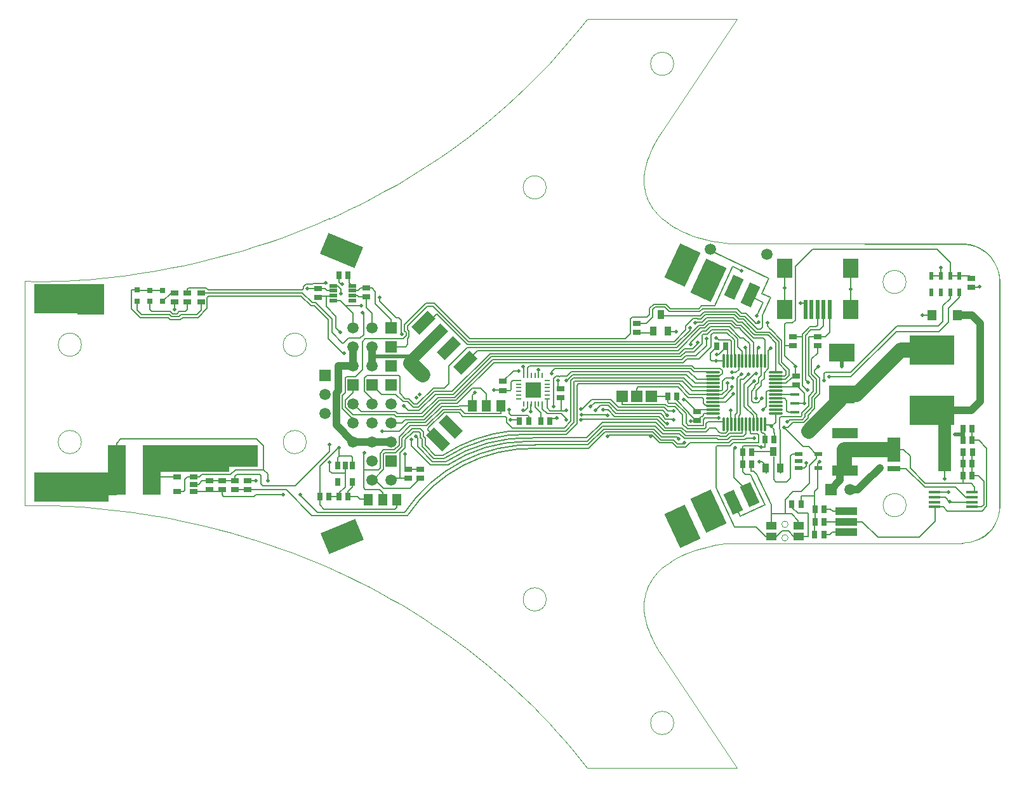
<source format=gtl>
%FSLAX25Y25*%
%MOIN*%
G70*
G01*
G75*
G04 Layer_Physical_Order=1*
G04 Layer_Color=255*
%ADD10C,0.00787*%
%ADD11R,0.03150X0.03937*%
%ADD12R,0.11811X0.03937*%
%ADD13R,0.13780X0.09646*%
%ADD14R,0.09488X0.26378*%
G04:AMPARAMS|DCode=15|XSize=196.85mil|YSize=118.11mil|CornerRadius=0mil|HoleSize=0mil|Usage=FLASHONLY|Rotation=22.500|XOffset=0mil|YOffset=0mil|HoleType=Round|Shape=Rectangle|*
%AMROTATEDRECTD15*
4,1,4,-0.06833,-0.09222,-0.11353,0.01689,0.06833,0.09222,0.11353,-0.01689,-0.06833,-0.09222,0.0*
%
%ADD15ROTATEDRECTD15*%

G04:AMPARAMS|DCode=16|XSize=196.85mil|YSize=118.11mil|CornerRadius=0mil|HoleSize=0mil|Usage=FLASHONLY|Rotation=337.500|XOffset=0mil|YOffset=0mil|HoleType=Round|Shape=Rectangle|*
%AMROTATEDRECTD16*
4,1,4,-0.11353,-0.01689,-0.06833,0.09222,0.11353,0.01689,0.06833,-0.09222,-0.11353,-0.01689,0.0*
%
%ADD16ROTATEDRECTD16*%

G04:AMPARAMS|DCode=17|XSize=196.85mil|YSize=118.11mil|CornerRadius=0mil|HoleSize=0mil|Usage=FLASHONLY|Rotation=115.000|XOffset=0mil|YOffset=0mil|HoleType=Round|Shape=Rectangle|*
%AMROTATEDRECTD17*
4,1,4,0.09512,-0.06425,-0.01193,-0.11416,-0.09512,0.06425,0.01193,0.11416,0.09512,-0.06425,0.0*
%
%ADD17ROTATEDRECTD17*%

G04:AMPARAMS|DCode=18|XSize=196.85mil|YSize=118.11mil|CornerRadius=0mil|HoleSize=0mil|Usage=FLASHONLY|Rotation=65.000|XOffset=0mil|YOffset=0mil|HoleType=Round|Shape=Rectangle|*
%AMROTATEDRECTD18*
4,1,4,0.01193,-0.11416,-0.09512,-0.06425,-0.01193,0.11416,0.09512,0.06425,0.01193,-0.11416,0.0*
%
%ADD18ROTATEDRECTD18*%

%ADD19R,0.05118X0.05906*%
%ADD20R,0.03937X0.03150*%
%ADD21R,0.03898X0.01890*%
%ADD22R,0.04173X0.02559*%
%ADD23R,0.05512X0.04134*%
%ADD24R,0.06890X0.02559*%
%ADD25R,0.23622X0.15748*%
%ADD26R,0.02362X0.04331*%
%ADD27R,0.03150X0.03150*%
%ADD28R,0.03347X0.05118*%
%ADD29R,0.05906X0.05906*%
%ADD30O,0.07480X0.01181*%
%ADD31O,0.01181X0.07480*%
%ADD32R,0.01969X0.09843*%
%ADD33R,0.07874X0.09843*%
%ADD34R,0.05118X0.01575*%
%ADD35R,0.07874X0.07874*%
%ADD36R,0.03937X0.02165*%
%ADD37R,0.00984X0.02756*%
%ADD38R,0.02756X0.00984*%
%ADD39R,0.05000X0.05787*%
%ADD40R,0.13386X0.05315*%
%ADD41R,0.05906X0.01614*%
G04:AMPARAMS|DCode=42|XSize=118.11mil|YSize=59.06mil|CornerRadius=0mil|HoleSize=0mil|Usage=FLASHONLY|Rotation=225.000|XOffset=0mil|YOffset=0mil|HoleType=Round|Shape=Rectangle|*
%AMROTATEDRECTD42*
4,1,4,0.02088,0.06264,0.06264,0.02088,-0.02088,-0.06264,-0.06264,-0.02088,0.02088,0.06264,0.0*
%
%ADD42ROTATEDRECTD42*%

G04:AMPARAMS|DCode=43|XSize=118.11mil|YSize=59.06mil|CornerRadius=0mil|HoleSize=0mil|Usage=FLASHONLY|Rotation=135.000|XOffset=0mil|YOffset=0mil|HoleType=Round|Shape=Rectangle|*
%AMROTATEDRECTD43*
4,1,4,0.06264,-0.02088,0.02088,-0.06264,-0.06264,0.02088,-0.02088,0.06264,0.06264,-0.02088,0.0*
%
%ADD43ROTATEDRECTD43*%

G04:AMPARAMS|DCode=44|XSize=118.11mil|YSize=59.06mil|CornerRadius=0mil|HoleSize=0mil|Usage=FLASHONLY|Rotation=245.000|XOffset=0mil|YOffset=0mil|HoleType=Round|Shape=Rectangle|*
%AMROTATEDRECTD44*
4,1,4,-0.00180,0.06600,0.05172,0.04104,0.00180,-0.06600,-0.05172,-0.04104,-0.00180,0.06600,0.0*
%
%ADD44ROTATEDRECTD44*%

G04:AMPARAMS|DCode=45|XSize=118.11mil|YSize=59.06mil|CornerRadius=0mil|HoleSize=0mil|Usage=FLASHONLY|Rotation=295.000|XOffset=0mil|YOffset=0mil|HoleType=Round|Shape=Rectangle|*
%AMROTATEDRECTD45*
4,1,4,-0.05172,0.04104,0.00180,0.06600,0.05172,-0.04104,-0.00180,-0.06600,-0.05172,0.04104,0.0*
%
%ADD45ROTATEDRECTD45*%

%ADD46R,0.02559X0.04173*%
%ADD47C,0.01969*%
%ADD48C,0.03937*%
%ADD49C,0.07874*%
%ADD50C,0.05906*%
%ADD51R,0.06869X0.26570*%
%ADD52R,0.06892X0.11504*%
%ADD53R,0.37657X0.14030*%
%ADD54R,0.23424X0.11604*%
%ADD55R,0.15927X0.15830*%
%ADD56R,0.14344X0.15856*%
%ADD57C,0.00394*%
%ADD58C,0.00197*%
%ADD59C,0.05906*%
%ADD60R,0.05906X0.05906*%
%ADD61C,0.01969*%
D10*
X989258Y496121D02*
G03*
X987905Y496134I-1353J-72168D01*
G01*
X980615Y501650D02*
G03*
X945081Y488979I8546J-80127D01*
G01*
X994623Y494344D02*
G03*
X994233Y494358I-3208J-80130D01*
G01*
D02*
G03*
X924776Y458826I-2819J-80144D01*
G01*
X993527Y492508D02*
G03*
X926765Y457801I-1476J-78726D01*
G01*
X992148Y498021D02*
G03*
X946349Y485486I-3081J-78680D01*
G01*
X991512Y499934D02*
G03*
X945405Y487199I-3081J-78680D01*
G01*
X988806Y496134D02*
G03*
X988350Y496133I0J-75448D01*
G01*
D02*
G03*
X947541Y483850I455J-75447D01*
G01*
X1156209Y453920D02*
X1165007D01*
X1173235Y445691D01*
X1128387Y489562D02*
X1131530D01*
X1127271Y488446D02*
X1128387Y489562D01*
X1127271Y476756D02*
Y488446D01*
X1141725Y484453D02*
X1142640Y485368D01*
X1141725Y475167D02*
Y484453D01*
X1135618Y483060D02*
Y484431D01*
X1134777Y482219D02*
X1135618Y483060D01*
X1131661Y482219D02*
X1134777D01*
X1137025Y493402D02*
X1137597Y492830D01*
X1136990Y493402D02*
X1137025D01*
X1133987D02*
X1136990D01*
X1141062Y489330D01*
Y487211D02*
Y489330D01*
X1137458Y483607D02*
X1141062Y487211D01*
X1137458Y474055D02*
Y483607D01*
X1137197Y474055D02*
X1137458D01*
X1181758Y491927D02*
X1186801D01*
X867358Y472822D02*
X885362Y490827D01*
X880217Y483094D02*
X890215Y493092D01*
X880217Y467313D02*
Y483094D01*
X885442Y480498D02*
Y485189D01*
X1195005Y445713D02*
X1203404Y454111D01*
X1173256Y445713D02*
X1195005D01*
X1118093Y490682D02*
X1118181Y490770D01*
X1108395Y490682D02*
X1118093D01*
X1102417Y480130D02*
Y485007D01*
X1102170Y490410D02*
X1102185Y490394D01*
Y484198D02*
Y490394D01*
X1124008Y503381D02*
X1133987Y493402D01*
X1106808Y480540D02*
X1108126D01*
X1106808D02*
Y485530D01*
X1108126Y480540D02*
X1109692Y478973D01*
X1103643Y478904D02*
X1106428D01*
X1102417Y480130D02*
X1103643Y478904D01*
X1046826Y558228D02*
X1051659D01*
X1115345Y556689D02*
Y558885D01*
Y556689D02*
X1116832Y555201D01*
X1116871D01*
X1122815Y549257D01*
X1110020Y538350D02*
Y545166D01*
X1115728Y543978D02*
X1117084Y545334D01*
X1115728Y534467D02*
Y543978D01*
X1113516Y532254D02*
X1115728Y534467D01*
X1113516Y529228D02*
Y532254D01*
X1112146Y527858D02*
X1113516Y529228D01*
X1124806Y528902D02*
X1126744Y530840D01*
X1119862Y528902D02*
X1124806D01*
X1119665Y528705D02*
X1119862Y528902D01*
X1101623Y563571D02*
X1103883D01*
X1103945Y563509D01*
X1103946D01*
X1109073Y558382D01*
X817139Y477411D02*
X818416Y478688D01*
X813863Y477411D02*
X817139D01*
X1032907Y518238D02*
X1037086Y514059D01*
X1023062Y518238D02*
X1032907D01*
X1018023Y513198D02*
X1023062Y518238D01*
X1017478Y513198D02*
X1018023D01*
X1024550Y516663D02*
X1032255D01*
X1022424Y514537D02*
X1024550Y516663D01*
X1032255D02*
X1036433Y512484D01*
X1027509Y515088D02*
X1031602D01*
X1025011Y512589D02*
X1027509Y515088D01*
X1031774Y512690D02*
X1035129Y509335D01*
X1031774Y512690D02*
X1031818Y512645D01*
X1028907Y512690D02*
X1031774D01*
X1030880Y510297D02*
X1031248Y509930D01*
X1017510Y510297D02*
X1030880D01*
X1017479Y507457D02*
X1017782Y507760D01*
X1003745Y534413D02*
X1074934D01*
X1002142Y532810D02*
X1003745Y534413D01*
X1002142Y531975D02*
Y532810D01*
X995138Y533014D02*
X995609Y533485D01*
X976416Y527676D02*
X982043Y533303D01*
X984818D01*
X987039Y535398D02*
X987264Y535172D01*
Y530839D02*
Y535172D01*
X876932Y579284D02*
X883850D01*
X911612Y569829D02*
Y571988D01*
X891243Y573753D02*
Y576321D01*
X889655Y577909D02*
X891243Y576321D01*
X887252Y577909D02*
X889655D01*
X810571Y477411D02*
X813863D01*
X809404Y476243D02*
X810571Y477411D01*
X809404Y470575D02*
Y476243D01*
X1080695Y567492D02*
X1087541D01*
X1144960Y460601D02*
X1148462D01*
X1149701Y459362D01*
X1156721D01*
X1144889Y447109D02*
X1148035D01*
X1149403Y448477D01*
X1156721D01*
X1145121Y453876D02*
X1156209D01*
X1147583Y530504D02*
X1147610Y530532D01*
X1147583Y530106D02*
Y530504D01*
X1147878Y569358D02*
X1147917Y569319D01*
X1132646Y568911D02*
X1134832D01*
X808759Y469930D02*
X809404Y470575D01*
X805201Y469930D02*
X808759D01*
X773556Y481072D02*
Y495153D01*
X775786Y497383D01*
X791863Y481072D02*
X795524Y477411D01*
X805201D01*
X912946Y501476D02*
X922085D01*
X907720Y486004D02*
Y488565D01*
X922085Y501476D02*
X922110Y501451D01*
X895097Y467336D02*
X899956D01*
X890349Y467313D02*
X890372Y467336D01*
X884942Y467313D02*
X890349D01*
X917720Y506004D02*
X923257D01*
X924867Y507614D01*
X935029D01*
X922313Y476908D02*
Y490297D01*
X925004Y492987D01*
X914278Y490138D02*
X919927D01*
X923429Y493639D01*
X907720Y525979D02*
Y526004D01*
X904860Y530720D02*
X921623D01*
X903586Y529446D02*
X904860Y530720D01*
X903586Y522562D02*
Y529446D01*
Y522562D02*
X907720Y518428D01*
Y516004D02*
Y518428D01*
X922110Y501451D02*
X926698Y506039D01*
X911854Y482173D02*
Y489941D01*
X913626Y491712D02*
X919275D01*
X911854Y489941D02*
X913626Y491712D01*
X913586Y489446D02*
X914278Y490138D01*
X913586Y481397D02*
Y489446D01*
X908193Y476004D02*
X913586Y481397D01*
X907720Y476004D02*
X908193D01*
X917720D02*
X919168D01*
X926698Y506039D02*
X935681D01*
X901854Y511870D02*
X919927D01*
X921033Y510764D01*
X897557Y525841D02*
X897720Y526004D01*
X897557Y521687D02*
Y525841D01*
X893586Y514292D02*
X897583Y510295D01*
X919275D01*
X920381Y509189D01*
X893586Y517716D02*
X897557Y521687D01*
X893586Y514292D02*
Y517716D01*
X920381Y509189D02*
X934377D01*
X897720Y516004D02*
X901854Y511870D01*
X921033Y510764D02*
X933724D01*
X894278Y530138D02*
X899048D01*
X902646Y533735D01*
X907720Y516004D02*
X908339D01*
X993060Y494358D02*
X1021167D01*
X945614Y541939D02*
X945733D01*
X909311Y568572D02*
X917720Y560163D01*
X907720Y556004D02*
Y563541D01*
X917720Y556004D02*
Y560163D01*
X1086595Y530673D02*
X1086791Y530870D01*
X1090478D01*
X1091516Y531908D01*
Y533376D01*
X1090478Y534413D02*
X1091516Y533376D01*
X1094272Y538350D02*
Y545260D01*
X1093319Y546213D02*
X1094272Y545260D01*
X1088594Y545723D02*
Y546213D01*
X1096240Y538350D02*
Y548909D01*
X1095787Y549362D02*
X1096240Y548909D01*
X1098012Y538547D02*
X1098209Y538350D01*
X1098012Y538547D02*
Y549365D01*
X1094058Y553319D02*
X1098012Y549365D01*
X1099980Y538547D02*
X1100177Y538350D01*
X1101949Y538547D02*
X1102146Y538350D01*
X1103917Y538547D02*
X1104114Y538350D01*
X1113957Y505280D02*
X1114276Y504961D01*
X1116516D01*
X1118807Y502669D02*
X1118860Y498845D01*
X1111988Y501189D02*
Y505280D01*
Y501189D02*
X1112819Y500358D01*
X1113433D01*
X1114083Y499709D01*
Y497327D02*
Y499709D01*
X1096240Y505280D02*
X1096437Y505476D01*
X1079406Y512957D02*
X1086595D01*
X1078386Y511937D02*
X1079406Y512957D01*
X1074449Y520831D02*
X1086595D01*
X1076023Y524768D02*
X1086595D01*
X1119665Y520831D02*
X1129705D01*
X1129717Y520819D01*
X1119665Y518862D02*
X1124177D01*
X1125394Y517646D01*
Y512201D02*
Y517646D01*
Y512201D02*
X1126224Y511370D01*
X1129717D01*
X1119665Y524768D02*
X1130150D01*
X1119665Y532642D02*
Y547953D01*
Y530673D02*
X1124350D01*
X1125016Y531339D01*
X1119665Y526736D02*
X1124983D01*
X1127856Y529609D01*
X1129920D01*
X907272Y536004D02*
X907720D01*
X784232Y575756D02*
X784366Y575622D01*
X790925D01*
X797614D01*
Y569717D02*
X797693D01*
X802197Y574220D01*
X804075D01*
X810634Y565398D02*
Y569417D01*
X809756Y564520D02*
X810634Y565398D01*
X790925Y565602D02*
X792008Y564520D01*
X790925Y565602D02*
Y569717D01*
X817909Y565154D02*
Y569409D01*
X784232Y565146D02*
X786626Y562752D01*
X784232Y565146D02*
Y569850D01*
X1094075Y505083D02*
X1094272Y505280D01*
X1101949Y505083D02*
X1102146Y505280D01*
X1105886Y505083D02*
X1106083Y505280D01*
X1211244Y583035D02*
X1216165D01*
X1221421D01*
X1222453Y582004D01*
X1201402Y583035D02*
X1206323D01*
X1211244D02*
Y590098D01*
X1204228Y597114D02*
X1211244Y590098D01*
X1138949Y597114D02*
X1204228D01*
X1181758Y481927D02*
X1188081D01*
X1139979Y460857D02*
Y461042D01*
X1201957Y461732D02*
X1203071D01*
X1211150Y464291D02*
X1222291D01*
X1208571Y466870D02*
X1211150Y464291D01*
X1203404Y466870D02*
X1208571D01*
X1188081Y481927D02*
X1197886Y472122D01*
X1203071Y461732D02*
X1207547D01*
X1107949Y538453D02*
X1108051Y538350D01*
X1107949Y538453D02*
Y548337D01*
X1100177Y534004D02*
Y538350D01*
X1115268Y522799D02*
X1119665D01*
X1114634Y522165D02*
X1115268Y522799D01*
X1114634Y514386D02*
Y522165D01*
X1107854Y505477D02*
X1108051Y505280D01*
X1098012Y505476D02*
X1098209Y505280D01*
X1099980Y505477D02*
X1100177Y505280D01*
X1102669Y528784D02*
X1105413Y531528D01*
X1101046Y528784D02*
X1102669D01*
X1108728Y531779D02*
X1109390D01*
X1107854Y505477D02*
Y509917D01*
X1109823Y505476D02*
X1110020Y505280D01*
X1109823Y505476D02*
Y510176D01*
X1113063Y512815D02*
X1114634Y514386D01*
X1104980Y524590D02*
X1108350Y527961D01*
X1108810Y525358D02*
X1110571Y527119D01*
Y529528D01*
X1111941Y530898D01*
Y538303D01*
X1111988Y538350D01*
X971639Y537563D02*
X1070909D01*
X1070257Y539138D02*
X1072245Y541126D01*
X970987Y539138D02*
X1070257D01*
X1069605Y540713D02*
X1072184Y543291D01*
X1094710Y554894D02*
X1099587Y550017D01*
Y545953D02*
Y550017D01*
Y545953D02*
X1101949Y543590D01*
Y538547D02*
Y543590D01*
X969555Y542287D02*
X1068952D01*
X1071531Y544866D01*
X963050Y543862D02*
X1068300D01*
X1108688Y552051D02*
X1115567D01*
X1115778Y551841D01*
X1115567Y552051D02*
X1119665Y547953D01*
X957662Y547012D02*
X1066996D01*
X1116219Y553626D02*
X1121240Y548605D01*
X1109340Y553626D02*
X1116219D01*
X958314Y548587D02*
X1066339D01*
X1071299Y529492D02*
X1076023Y524768D01*
X1013467Y529492D02*
X1071299D01*
X1012102Y528127D02*
X1013467Y529492D01*
X1075765Y522799D02*
X1086595D01*
X1070647Y527917D02*
X1075765Y522799D01*
X1014120Y527917D02*
X1070647D01*
X1013677Y527475D02*
X1014120Y527917D01*
X1068937Y526343D02*
X1074449Y520831D01*
X1015921Y526343D02*
X1068937D01*
X1015252Y525673D02*
X1015921Y526343D01*
X975226Y510765D02*
Y514921D01*
X955087D02*
X955177Y514831D01*
X1047618Y553027D02*
X1054378D01*
X1055500Y554149D01*
X1061283Y566728D02*
X1063606Y564405D01*
X1106083Y538350D02*
Y547398D01*
X1107894Y573760D02*
X1107965Y573831D01*
X1077161Y534413D02*
X1090478D01*
X990331Y535988D02*
X1075587D01*
X1074934Y534413D02*
X1076509Y532839D01*
X1086398D01*
X1086595Y532642D01*
X1074079Y532839D02*
X1078213Y528705D01*
X1072681Y531264D02*
X1077209Y526736D01*
X1013012Y531264D02*
X1072681D01*
X1005172Y525212D02*
Y528221D01*
X1010528Y528780D02*
X1013012Y531264D01*
X1056152Y519734D02*
X1056162Y519744D01*
X1062917D01*
X1048417Y519739D02*
X1048581D01*
X1047433Y524720D02*
X1068332D01*
X1046621Y523909D02*
X1047433Y524720D01*
X1046621Y519830D02*
Y523909D01*
X1075587Y535988D02*
X1077161Y534413D01*
X1077209Y526736D02*
X1086595D01*
X1078213Y528705D02*
X1086595D01*
X1066996Y547012D02*
X1074571Y554587D01*
X1068300Y543862D02*
X1080117Y555679D01*
X1074571Y554587D02*
Y555779D01*
X1074630Y555839D01*
X1071531Y544866D02*
X1075886D01*
X1066339Y548587D02*
X1072465Y554713D01*
Y556736D01*
X1076426Y560697D01*
X1078220D01*
X1074890Y547079D02*
Y548143D01*
X1080850Y554104D01*
X1075886Y544866D02*
X1078882Y547862D01*
X1072184Y543291D02*
X1076830D01*
X1081005Y547466D01*
Y552031D01*
X1081503Y552529D01*
X1072245Y541126D02*
X1077827D01*
X1070909Y537563D02*
X1072898Y539551D01*
X1079314D01*
X1089756Y549362D02*
X1095787D01*
X1088488Y550630D02*
X1089756Y549362D01*
X1086045Y554894D02*
X1094710D01*
X1095362Y556468D02*
X1101161Y550670D01*
X1085392Y556468D02*
X1095362D01*
X1098380Y555679D02*
X1100607D01*
X1096015Y558043D02*
X1098380Y555679D01*
X1084740Y558043D02*
X1096015D01*
X1086595Y516894D02*
X1093312D01*
X1086595Y518862D02*
X1091949D01*
X1098820Y532647D02*
X1100177Y534004D01*
X1086697Y553319D02*
X1094058D01*
X1079314Y539551D02*
X1085653Y545891D01*
Y552276D01*
X1086697Y553319D01*
X1083315Y546614D02*
Y550098D01*
X1077827Y541126D02*
X1083315Y546614D01*
X1081503Y552529D02*
X1083680D01*
X1086045Y554894D01*
X1080850Y554104D02*
X1083027D01*
X1085392Y556468D01*
X1080117Y555679D02*
X1082375D01*
X1084740Y558043D01*
X1099684Y558828D02*
X1101911D01*
X1097319Y561193D02*
X1099684Y558828D01*
X1083435Y561193D02*
X1097319D01*
X1081071Y558828D02*
X1083435Y561193D01*
X1077323Y558828D02*
X1081071D01*
X1100318Y560421D02*
X1102545D01*
X1097972Y562768D02*
X1100318Y560421D01*
X1082652Y562768D02*
X1097972D01*
X1080287Y560403D02*
X1082652Y562768D01*
X1078514Y560403D02*
X1080287D01*
X1078220Y560697D02*
X1078514Y560403D01*
X1062917Y516701D02*
X1063398Y516221D01*
X1062917Y516701D02*
Y519744D01*
X1061757Y515634D02*
X1063025Y514366D01*
X1038886Y515634D02*
X1061757D01*
X1038886D02*
Y519929D01*
X1065779Y512169D02*
X1065894Y512055D01*
X1062995Y512169D02*
X1065779D01*
X1061105Y514059D02*
X1062995Y512169D01*
X1060209Y512484D02*
X1062689Y510004D01*
X1060524Y509107D02*
X1061792Y507839D01*
X1060524Y509107D02*
Y509583D01*
X1065669Y507839D02*
X1065969Y507539D01*
X1061792Y507839D02*
X1065669D01*
X1059197Y510910D02*
X1060524Y509583D01*
X1058949Y508455D02*
Y508571D01*
X1061896Y505508D02*
X1062669D01*
X1058949Y508455D02*
X1061896Y505508D01*
X1058185Y509335D02*
X1058949Y508571D01*
X1037086Y514059D02*
X1061105D01*
X1036433Y512484D02*
X1060209D01*
X1035781Y510910D02*
X1059197D01*
X1031602Y515088D02*
X1035781Y510910D01*
X1035129Y509335D02*
X1058185D01*
X1098624Y564342D02*
X1100970Y561996D01*
X1082000Y564342D02*
X1098624D01*
X1079929Y562272D02*
X1082000Y564342D01*
X1059780Y562272D02*
X1079929D01*
X1059240Y562811D02*
X1059780Y562272D01*
X1063606Y564405D02*
X1079836D01*
X1081347Y565917D01*
X1099276D01*
X1101623Y563571D01*
X1100970Y561996D02*
X1103198D01*
X1109130Y558291D02*
X1109898D01*
X1103198Y561996D02*
X1107732Y557461D01*
Y557394D02*
Y557461D01*
Y557394D02*
X1109001Y556126D01*
X1109068D01*
X1109993Y555201D01*
X1102545Y560421D02*
X1106157Y556809D01*
Y556742D02*
Y556809D01*
Y556742D02*
X1108348Y554551D01*
X1108415D01*
X1109340Y553626D01*
X1101911Y558828D02*
X1104583Y556157D01*
Y556090D02*
Y556157D01*
Y556090D02*
X1107696Y552976D01*
X1107763D01*
X1108688Y552051D01*
X1100607Y555679D02*
X1101433Y554852D01*
Y554785D02*
Y554852D01*
Y554785D02*
X1106392Y549827D01*
X1106458D01*
X1107949Y548337D01*
X1079211Y566008D02*
X1080695Y567492D01*
X1064231Y566008D02*
X1079211D01*
X879390Y571803D02*
X879945Y572358D01*
X886819D02*
X887252Y572791D01*
X884102Y575350D02*
X887252D01*
X882925Y576528D02*
X884102Y575350D01*
X879390Y576528D02*
X882925D01*
X897449Y575350D02*
X900272D01*
X901661Y576740D01*
X904654D01*
X873835Y576528D02*
X879390D01*
X873685Y576677D02*
X873835Y576528D01*
X902646Y533735D02*
Y548665D01*
X879945Y572358D02*
X883551D01*
X886819D01*
X897449Y572791D02*
X899850D01*
X900626Y572016D01*
X904654D01*
X895760Y579598D02*
X897449Y577909D01*
X895760Y579598D02*
Y582886D01*
X895114Y583531D02*
X895760Y582886D01*
X902646Y548665D02*
X904118Y550138D01*
X883551Y567213D02*
Y572358D01*
X817909Y574134D02*
X871154D01*
X876240Y569047D01*
X878063D01*
X907575Y576740D02*
X909311Y575004D01*
X904654Y576740D02*
X907575D01*
X876342Y578693D02*
X876932Y579284D01*
X872938Y578693D02*
X876342D01*
X871669Y577424D02*
X872938Y578693D01*
X871669Y576437D02*
Y577424D01*
X870941Y575709D02*
X871669Y576437D01*
X821548Y575709D02*
X870941D01*
X820367Y576890D02*
X821548Y575709D01*
X815452Y576890D02*
X820367D01*
X815408Y576847D02*
X815452Y576890D01*
X811209Y576847D02*
X815408D01*
X810634Y576272D02*
X811209Y576847D01*
X810634Y574142D02*
Y576272D01*
X781205Y575756D02*
X784232D01*
X821059Y566076D02*
Y571724D01*
X821894Y572559D01*
X870501D01*
X875588Y567473D01*
X877411D01*
X884775Y560108D01*
X985264Y507539D02*
X985275Y507551D01*
X992149Y498043D02*
X1020398D01*
X1124256Y569358D02*
Y591012D01*
X1158902Y569358D02*
Y591012D01*
X1129965Y530905D02*
X1130232Y530638D01*
X1129965Y588130D02*
X1138949Y597114D01*
X1141553Y569333D02*
X1141579Y569358D01*
X1136134Y523263D02*
X1136312D01*
X1129748Y516063D02*
X1134635D01*
X1129717Y516094D02*
X1129748Y516063D01*
X1136949Y519945D02*
X1139461Y522457D01*
X1136949Y514755D02*
Y519945D01*
X1133457Y511262D02*
X1136949Y514755D01*
X1154787Y500543D02*
X1154795Y500536D01*
X890390Y579892D02*
Y583531D01*
Y579892D02*
X891116Y579166D01*
X781205Y565946D02*
X786137Y561014D01*
X781205Y565946D02*
Y575756D01*
X803954Y565868D02*
Y569376D01*
X804075Y569496D01*
X792008Y564520D02*
X801688D01*
X802915Y563292D01*
X805174D01*
X806402Y564520D01*
X809756D01*
X786626Y562752D02*
X801228D01*
X802263Y561717D01*
X806206D01*
X807434Y562945D01*
X815701D01*
X817909Y565154D01*
X786137Y561014D02*
X800739D01*
X801610Y560143D01*
X807155D01*
X808318Y561306D01*
X816288D01*
X821059Y566076D01*
X1139983Y466971D02*
X1140051Y466903D01*
X1140235Y460601D02*
Y461298D01*
X1140051Y460439D02*
Y466903D01*
X1139979Y461042D02*
X1140235Y461298D01*
X1219245Y466844D02*
X1222286D01*
X1207547Y461732D02*
X1209694Y459586D01*
X1133457Y509804D02*
Y511262D01*
X1132870Y509217D02*
X1133457Y509804D01*
X1138524Y514102D02*
Y519293D01*
X1135032Y510610D02*
X1138524Y514102D01*
X1135032Y509151D02*
Y510610D01*
X1133522Y507642D02*
X1135032Y509151D01*
X1126867Y507642D02*
X1133522D01*
X1125621Y506396D02*
X1126867Y507642D01*
X1114051Y497295D02*
X1114083Y497327D01*
X1078255Y507082D02*
X1078386Y507213D01*
X1088487Y538366D02*
X1092288D01*
X1092303Y538350D01*
X1066645Y514366D02*
X1070782Y510229D01*
X1063025Y514366D02*
X1066645D01*
X1063398Y516221D02*
X1066839D01*
X1067642Y519251D02*
Y519744D01*
X1086398Y515122D02*
X1086595Y514925D01*
X1082711Y515122D02*
X1086398D01*
X1081673Y516160D02*
X1082711Y515122D01*
X1081673Y516160D02*
Y518510D01*
X1080928Y519256D02*
X1081673Y518510D01*
X1073796Y519256D02*
X1080928D01*
X1068332Y524720D02*
X1073796Y519256D01*
X1130232Y525913D02*
X1134635Y521511D01*
Y516063D02*
Y521511D01*
X1086059Y538366D02*
X1088487D01*
X1085255Y539171D02*
X1086059Y538366D01*
X1085255Y539171D02*
Y542384D01*
X1088594Y545723D01*
X1093319Y545464D02*
Y546213D01*
X1089534Y541679D02*
X1093319Y545464D01*
X1088691Y541679D02*
X1089534D01*
X949725Y500647D02*
X950596Y499776D01*
X1140397Y453876D02*
Y460439D01*
X1139979Y460857D02*
X1140235Y460601D01*
X1140397Y460439D01*
X1140165Y447109D02*
Y453644D01*
X1140397Y453876D01*
X1132992Y467624D02*
X1139964D01*
X1139983Y467605D01*
X1132992Y462321D02*
Y467624D01*
X1139983Y466971D02*
Y467605D01*
X1121563Y508344D02*
X1122435Y509217D01*
X1132870D01*
X999559Y513877D02*
X1001161Y512276D01*
X909311Y568572D02*
Y575004D01*
X911612Y569829D02*
X920413Y561028D01*
X904654Y566608D02*
X907720Y563541D01*
X904654Y566608D02*
Y572016D01*
X1056223Y566728D02*
X1061283D01*
X1051659Y558228D02*
X1054989Y561558D01*
Y565494D01*
X1056223Y566728D01*
X958967Y550161D02*
X1040684D01*
X1043268Y552746D01*
Y560510D01*
X1044221Y561463D01*
X1051892D01*
X1053414Y562985D01*
Y566146D01*
X1055571Y568303D01*
X1061936D01*
X1064231Y566008D01*
X1100165Y580298D02*
X1100229Y580233D01*
X1119665Y506320D02*
Y510988D01*
X1117411Y504066D02*
X1119665Y506320D01*
X1117411Y504066D02*
X1118807Y502669D01*
X1116516Y504961D02*
X1117411Y504066D01*
X1139461Y522457D02*
Y528155D01*
X1138460Y531382D02*
X1141035Y528807D01*
Y521804D02*
Y528807D01*
X1138524Y519293D02*
X1141035Y521804D01*
X1124008Y503381D02*
X1125965D01*
X1128651Y506067D01*
X1134174D01*
X1136606Y508499D01*
Y509958D01*
X1140099Y513450D01*
Y518641D01*
X1142610Y521152D01*
Y529463D01*
X1140035Y532038D02*
X1142610Y529463D01*
X1140035Y532038D02*
Y533652D01*
X1141966Y535583D01*
X1063200Y553930D02*
X1067334D01*
X1062980Y554149D02*
X1063200Y553930D01*
X1001051Y507551D02*
X1001901Y506702D01*
X1013677Y506110D02*
Y527475D01*
X1012102Y506762D02*
Y528127D01*
X1000747Y508317D02*
X1005188D01*
X1206347Y583059D02*
Y587550D01*
X1206323Y583035D02*
X1206347Y583059D01*
X1222453Y577280D02*
X1226556D01*
X1226713Y577437D01*
X1134832Y568911D02*
X1135280Y569358D01*
X887252Y570232D02*
X891079D01*
X893788Y567523D02*
X901844D01*
X1113957Y538350D02*
Y549657D01*
X1113137Y550477D02*
X1113957Y549657D01*
X1108036Y550477D02*
X1113137D01*
X1107111Y551402D02*
X1108036Y550477D01*
X1107044Y551402D02*
X1107111D01*
X1103008Y555438D02*
X1107044Y551402D01*
X1103008Y555438D02*
Y555505D01*
X1101259Y557253D02*
X1103008Y555505D01*
X1099032Y557253D02*
X1101259D01*
X1096667Y559618D02*
X1099032Y557253D01*
X1084088Y559618D02*
X1096667D01*
X1081723Y557253D02*
X1084088Y559618D01*
X1079464Y557253D02*
X1081723D01*
X1067648Y545437D02*
X1079464Y557253D01*
X958111Y538923D02*
X963050Y543862D01*
X957608Y545437D02*
X1067648D01*
X1122084Y479694D02*
Y502243D01*
X989233Y534889D02*
X990331Y535988D01*
X989233Y530839D02*
Y534889D01*
X999559Y513877D02*
Y518331D01*
X999666Y518437D01*
X997148Y513123D02*
X999571Y510701D01*
X997148Y513123D02*
Y515837D01*
X997107Y515878D02*
X997148Y515837D01*
X989890Y506747D02*
Y509417D01*
X991147Y511944D02*
Y515824D01*
X991201Y515878D01*
X993170Y514284D02*
Y515878D01*
Y514284D02*
X996208Y511245D01*
Y506747D02*
Y511245D01*
X989233Y513752D02*
Y515878D01*
X987646Y512166D02*
X989233Y513752D01*
X989386Y509921D02*
X989890Y509417D01*
X986893Y512166D02*
X987646D01*
X971595Y523039D02*
X976330D01*
X976416Y522952D01*
X1004276Y530386D02*
X1006069D01*
X1006165Y530290D01*
X1006225Y530350D01*
X1009871D01*
X1012360Y532839D01*
X1074079D01*
X995138Y530839D02*
Y533014D01*
X976172Y527921D02*
X976416Y527676D01*
Y522952D02*
X980194D01*
X980820Y523578D01*
Y527383D01*
X981717Y528280D01*
X984705D01*
X1006909Y512283D02*
X1006917Y512276D01*
X1001161D02*
X1006917D01*
X1009341D01*
X1003007Y529117D02*
X1004276Y530386D01*
X992052Y492508D02*
X1021439D01*
X1021491Y492456D01*
X1030078Y501043D02*
X1055164D01*
X1021491Y492456D02*
X1030078Y501043D01*
X1021167Y494358D02*
X1029426Y502617D01*
X1032080D01*
X1029426D02*
X1055816D01*
X988806Y496134D02*
X1020716D01*
X1028774Y504192D01*
X1031613D01*
X1031705Y504284D01*
X1030497D02*
X1031705D01*
X1020398Y498043D02*
X1028540Y506185D01*
X1015252Y505458D02*
Y525673D01*
X999571Y510701D02*
X1006859D01*
X1003007Y514667D02*
Y529117D01*
X978284Y506259D02*
X981277Y503266D01*
X1008606D01*
X949725Y500647D02*
X950236D01*
X1006859Y510701D02*
X1009867Y507693D01*
X1008606Y503266D02*
X1012102Y506762D01*
X1009233Y501666D02*
X1013677Y506110D01*
X1009729Y499934D02*
X1015252Y505458D01*
X991512Y499934D02*
X1009729D01*
X980456Y501666D02*
X1009233D01*
X955087Y514921D02*
X960265D01*
X1031422Y498775D02*
X1032115Y499468D01*
X970222Y540713D02*
X1069605D01*
X980449Y507539D02*
X985264D01*
X1203404Y454111D02*
Y461399D01*
X1203071Y461732D02*
X1203404Y461399D01*
X1006909Y512283D02*
Y519467D01*
X885362Y490827D02*
Y494547D01*
X885432Y494617D01*
X897720Y506004D02*
Y507931D01*
X892012Y513639D02*
X897720Y507931D01*
X892012Y513639D02*
Y520285D01*
X893512Y521785D01*
Y529372D01*
X894278Y530138D01*
X920669Y461355D02*
Y465351D01*
X919815Y460502D02*
X920669Y461355D01*
X882454Y460502D02*
X919815D01*
X880217Y462739D02*
X882454Y460502D01*
X880217Y462739D02*
Y467313D01*
X876044Y457252D02*
X917789D01*
X917819Y457221D01*
X926185D01*
X926765Y457801D01*
X910881Y481199D02*
X911854Y482173D01*
X903226Y489728D02*
X903601Y490103D01*
X903242Y481199D02*
X910881D01*
X903226Y481215D02*
Y489728D01*
X828082Y469930D02*
X828913Y470761D01*
X813863Y473670D02*
X816683D01*
X818498Y475485D01*
X822241D01*
X835584Y470761D02*
X842254D01*
X842256Y470759D01*
X862537D01*
X828913Y468018D02*
Y470761D01*
Y468018D02*
X829682Y467248D01*
X813863Y469930D02*
X828082D01*
X862537Y470759D02*
X876044Y457252D01*
X835584Y475486D02*
Y477685D01*
X836621Y478722D01*
X822241Y475485D02*
X835584D01*
X829682Y467248D02*
X845739D01*
X846611Y468119D01*
X861145D01*
X842274Y475500D02*
X846636D01*
X842256Y475483D02*
X842274Y475500D01*
X861145Y468119D02*
X861169Y468095D01*
X870103Y467711D02*
X878989Y458826D01*
X870103Y467711D02*
Y468145D01*
X878989Y458826D02*
X924776D01*
X836621Y478722D02*
X848675D01*
X849311Y478086D01*
Y473820D02*
Y478086D01*
Y473820D02*
X850309Y472822D01*
X867358D01*
X852850Y475500D02*
Y479130D01*
X850735Y481245D02*
X852850Y479130D01*
X1207385Y559290D02*
Y567363D01*
X1211244Y571222D01*
Y574374D01*
X1210303Y558998D02*
Y566098D01*
X1216165Y571961D01*
Y574374D01*
X1208323Y482858D02*
X1208351Y482830D01*
X1186801Y491927D02*
X1190212Y488516D01*
Y482023D02*
Y488516D01*
Y482023D02*
X1198116Y474119D01*
X1218085Y490486D02*
X1218119Y490520D01*
X1222809Y490486D02*
X1222843Y490520D01*
X1222809Y478202D02*
X1225983D01*
X1222809D02*
Y490486D01*
X1226334Y496678D02*
X1230500Y492512D01*
X1222819Y496678D02*
X1226334D01*
X1222819D02*
Y502724D01*
X1222706Y502837D02*
X1222819Y502724D01*
X1196634Y562500D02*
X1201762D01*
X1218085Y474222D02*
Y478202D01*
Y474222D02*
X1218188Y474119D01*
X1218085Y478202D02*
Y490486D01*
X1198116Y474119D02*
X1218188D01*
X1222291D01*
X1147339Y530260D02*
X1147583Y530504D01*
X1144972Y528264D02*
Y531857D01*
X1145682Y532567D01*
X1205298Y553993D02*
X1210303Y558998D01*
X1204996Y556901D02*
X1207385Y559290D01*
X1203404Y469439D02*
X1210418D01*
X1209694Y459586D02*
X1227910D01*
X1230500Y462176D01*
Y492512D01*
X1224083Y461738D02*
X1227835D01*
X1228925Y462828D01*
Y475260D01*
X1222291Y461722D02*
X1225641D01*
X1225983Y478202D02*
X1228925Y475260D01*
X1224082Y469460D02*
Y472329D01*
X1222291Y474119D02*
X1224082Y472329D01*
X1213949Y472141D02*
X1219245Y466844D01*
X1197904Y472141D02*
X1213949D01*
X1197886Y472122D02*
X1197904Y472141D01*
X1096240Y505280D02*
X1096258Y505262D01*
X1141726Y471448D02*
Y480485D01*
X1139983Y467605D02*
Y469706D01*
X1141726Y471448D01*
X1122084Y479694D02*
X1122259Y479520D01*
X1114778D02*
Y484396D01*
X1112455Y485484D02*
X1113533Y484406D01*
X1111014Y485484D02*
X1112455D01*
X1118519Y478633D02*
Y488182D01*
X1118519Y478633D02*
X1118519Y478633D01*
X1118519Y476099D02*
Y478633D01*
Y476099D02*
X1119785Y474833D01*
X1125348D01*
X1127271Y476756D01*
X1088235Y471808D02*
X1097876Y451133D01*
X1106428Y478904D02*
X1113906Y462868D01*
X1101062Y456879D02*
X1113906Y462868D01*
X1097048Y465486D02*
X1101062Y456879D01*
X1106442Y572442D02*
X1113147Y569316D01*
X1109768Y562069D02*
X1109777Y562088D01*
X1113147Y569316D01*
X1109993Y555201D02*
X1111647D01*
X1112785Y556339D01*
Y562569D01*
X1112694Y562349D02*
X1117105Y571807D01*
X1112409Y573996D02*
X1117105Y571807D01*
X1087541Y567551D02*
X1097094Y588037D01*
X1101789Y585848D01*
X1112409Y573996D02*
X1116116Y581945D01*
X1085318Y596346D02*
X1116116Y581945D01*
X956417Y510765D02*
X975226D01*
X937166Y502267D02*
X944252Y495181D01*
X945399Y487207D02*
X945470Y487277D01*
X946297Y485529D02*
X946367Y485459D01*
X938305Y483752D02*
X947424D01*
X937166Y502267D02*
Y503070D01*
X948890Y503921D02*
X951638D01*
X941514Y563160D02*
X957662Y547012D01*
X935907Y557554D02*
X941514Y563160D01*
X935907Y557401D02*
Y557554D01*
X939606Y567295D02*
X958314Y548587D01*
X917720Y546004D02*
X925260D01*
X940258Y568870D02*
X958967Y550161D01*
X920413Y561028D02*
X921759D01*
X922978Y559809D01*
Y553086D02*
Y559809D01*
Y553086D02*
X923416Y552648D01*
X925214Y545941D02*
X926386Y547114D01*
X925581Y551752D02*
Y553545D01*
X924811Y554315D02*
X925581Y553545D01*
X926386Y547114D02*
Y550330D01*
X927156Y551099D01*
Y554198D01*
X926386Y554967D02*
X927156Y554198D01*
X936042Y568870D02*
X940258D01*
X924811Y554315D02*
Y557640D01*
X936042Y568870D01*
X926386Y554967D02*
Y556964D01*
X936718Y567295D01*
X939606D01*
X923967Y550138D02*
X925581Y551752D01*
X904118Y550138D02*
X923967D01*
X890372Y467336D02*
X891329Y468294D01*
X899956Y467336D02*
X901418Y465875D01*
X905185D01*
X905708Y465351D01*
X890372Y467336D02*
Y469038D01*
X893523Y472188D01*
X897263Y483667D02*
Y487749D01*
X896532Y488480D02*
X897263Y487749D01*
X890498Y488480D02*
X896532D01*
X889783Y483667D02*
Y487765D01*
X890181Y488163D02*
Y493007D01*
X889783Y487765D02*
X890181Y488163D01*
X890498Y488480D01*
X886539Y479401D02*
X893523D01*
X885442Y480498D02*
X886539Y479401D01*
X893523Y472188D02*
Y479401D01*
Y483667D01*
X895097Y467336D02*
Y469924D01*
X897263Y472090D01*
Y475005D01*
X892472Y542435D02*
X892983D01*
X884775Y550133D02*
X892472Y542435D01*
X892107Y547873D02*
X892704D01*
X895307Y550476D01*
X901442D01*
X903300Y552334D01*
Y563231D01*
X902564Y563967D02*
X903300Y563231D01*
X884775Y550133D02*
Y560108D01*
X886635Y553346D02*
X892107Y547873D01*
X886635Y553346D02*
Y560476D01*
X878063Y569047D02*
X886635Y560476D01*
X888782Y555727D02*
Y561982D01*
X883551Y567213D02*
X888782Y561982D01*
Y555727D02*
X890927Y553582D01*
X897720Y556004D02*
Y563591D01*
X893788Y567523D02*
X897720Y563591D01*
X891079Y570232D02*
X893788Y567523D01*
X1097876Y451133D02*
X1109220D01*
X1114180Y446173D01*
X1117390D01*
X1119947D01*
X1129086Y446202D02*
X1136591D01*
Y458386D01*
X1131437Y452008D02*
X1131563Y451882D01*
X1119947Y446173D02*
X1122844Y449070D01*
X1126219D01*
X1129086Y446202D01*
X1117171Y452101D02*
X1117390Y451882D01*
X1117171Y452101D02*
Y462935D01*
Y458117D02*
X1117277Y458011D01*
X1128748Y469820D02*
X1132961D01*
X1137197Y474055D01*
X1128138Y461434D02*
Y463130D01*
X1117277Y458011D02*
X1128018D01*
X1131437Y454592D01*
Y452008D02*
Y454592D01*
X1128138Y461434D02*
X1131186Y458386D01*
X1136591D01*
X1104114Y538350D02*
Y545612D01*
X1101161Y550670D02*
X1102811D01*
X1106083Y547398D01*
X926623Y481493D02*
X932863D01*
X932905Y481534D01*
X927706Y471611D02*
X932905Y476810D01*
X927693Y471624D02*
X927706Y471611D01*
X904056Y470907D02*
X911526D01*
X913188Y469245D01*
Y465351D02*
Y469245D01*
X917720Y476004D02*
X918485Y476768D01*
X922313Y476908D02*
X922453Y476768D01*
X918485D02*
X922453D01*
X926623D01*
X908942Y476308D02*
X913626Y471624D01*
X927693D01*
X903242Y471722D02*
X904056Y470907D01*
X903242Y471722D02*
Y481199D01*
X1129965Y559976D02*
Y588130D01*
X1128444Y558456D02*
X1129965Y559976D01*
X1124840Y558456D02*
X1128444D01*
X1124390Y558006D02*
X1124840Y558456D01*
X1129920Y529609D02*
X1130591Y530279D01*
X1130941Y530630D01*
X1122815Y537712D02*
X1126744Y533783D01*
Y530840D02*
Y533783D01*
X1121240Y537060D02*
X1125016Y533284D01*
Y531339D02*
Y533284D01*
X1122815Y537712D02*
Y549257D01*
X1121240Y537060D02*
Y548605D01*
X1124390Y541319D02*
X1129965Y535744D01*
Y530905D02*
Y535744D01*
X1124606Y546563D02*
X1128660D01*
X1124390Y546347D02*
X1124606Y546563D01*
X1124390Y541319D02*
Y546347D01*
Y558006D01*
X1128660Y551287D02*
X1133559D01*
X1133736Y551464D01*
X1141634Y542527D02*
Y546563D01*
X1133736Y525661D02*
X1136134Y523263D01*
X1135311Y528504D02*
X1136587Y527228D01*
X1136885Y530730D02*
X1139461Y528155D01*
X1133736Y525661D02*
Y551464D01*
X1138460Y531382D02*
Y539355D01*
X1138463D01*
X1141634Y542527D01*
X1136925Y551287D02*
X1141634D01*
X1136885Y551248D02*
X1136925Y551287D01*
X1136885Y530730D02*
Y551248D01*
Y551287D01*
X1141634D02*
X1145710D01*
X1147878Y553456D01*
Y565421D01*
Y569358D01*
X1144728Y556721D02*
Y565421D01*
Y569358D01*
X1135311Y528504D02*
Y551940D01*
X1133736Y551464D02*
Y552648D01*
X1136949Y555861D01*
X1141579Y557103D02*
Y565421D01*
Y569358D01*
X1135311Y551940D02*
X1138151Y554780D01*
X1142787D01*
X1144728Y556721D01*
X1140830Y556355D02*
X1141579Y557103D01*
X1136949Y555861D02*
X1137443Y556355D01*
X1140830D01*
X775786Y497383D02*
X847149D01*
X850735Y493797D01*
Y481245D02*
Y493797D01*
X818416Y478688D02*
X833309D01*
X835866Y481245D01*
X850735D01*
X1124506Y458122D02*
Y465577D01*
X1128748Y469820D01*
X1183201Y556901D02*
X1204996D01*
X1145682Y532567D02*
X1158868D01*
X1183201Y556901D01*
X1147583Y530106D02*
X1158983D01*
X1182869Y553993D01*
X1205298D01*
X1078386Y507213D02*
X1078875D01*
X1032115Y499468D02*
X1054512D01*
X1031705Y504284D02*
X1056377D01*
X1028540Y506185D02*
X1056703D01*
X1077532Y508067D02*
X1078386Y507213D01*
X1054512Y499468D02*
X1058601Y495378D01*
X1055164Y501043D02*
X1059254Y496953D01*
X1069920Y494865D02*
X1069965Y494909D01*
X1059254Y496953D02*
X1066038D01*
X1069920Y494865D02*
X1071012D01*
X1071572Y495425D01*
X1104114Y500098D02*
Y505280D01*
X1113556Y497854D02*
X1114083Y497327D01*
X1066038Y496953D02*
X1068126Y494865D01*
X1058601Y495378D02*
X1065386D01*
X1068126Y494865D02*
X1069920D01*
X1082318Y508429D02*
X1089623D01*
X1078875Y507213D02*
X1079961Y508298D01*
Y508938D01*
X1080204Y509181D01*
X1080844D01*
X1081535Y509873D01*
Y510512D01*
X1082011Y510988D01*
X1086595D01*
X1071723Y518600D02*
X1078386Y511937D01*
X1077825Y507213D02*
X1078386D01*
X1075140Y506753D02*
X1078050Y506753D01*
X1071582Y497746D02*
X1074727Y497745D01*
X1073804Y504432D02*
X1081535D01*
Y507646D01*
X1073283Y502726D02*
X1082249D01*
X1083110Y503587D01*
X1072630Y501152D02*
X1082901D01*
X1084685Y502935D01*
X1074727Y497745D02*
X1088669D01*
X1108810Y524409D02*
Y525358D01*
X1109495Y522867D02*
X1112146Y525518D01*
Y527858D01*
X1104980Y515019D02*
X1109823Y510176D01*
X1107006Y522605D02*
X1108810Y524409D01*
X1103101Y526153D02*
X1108728Y531779D01*
X1103101Y514671D02*
X1107854Y509917D01*
X1103101Y514671D02*
Y526153D01*
X1101046Y510423D02*
Y528784D01*
X1100177Y505280D02*
Y509554D01*
X1101046Y510423D01*
X1099471Y529436D02*
X1101563Y531528D01*
X1099471Y511294D02*
Y529436D01*
X1098209Y505280D02*
Y510031D01*
X1098209Y510031D01*
X1099471Y511294D01*
X1098209Y508287D02*
Y510031D01*
X1104980Y515019D02*
Y524590D01*
X1109495Y518743D02*
Y522867D01*
X1107006Y517627D02*
Y522605D01*
Y517627D02*
X1108055Y516577D01*
X1110263D01*
X1112370Y518684D01*
Y518743D01*
X1096835Y532647D02*
X1098820D01*
X1093402Y529557D02*
X1097050D01*
X1091643Y527798D02*
X1093402Y529557D01*
X1091643Y523314D02*
Y527798D01*
X1091128Y522799D02*
X1091643Y523314D01*
X1086595Y522799D02*
X1091128D01*
X1094175Y523534D02*
Y526982D01*
X1091471Y520831D02*
X1094175Y523534D01*
X1086595Y520831D02*
X1091471D01*
X1091949Y518862D02*
X1096793Y523706D01*
Y524708D01*
X1093312Y516894D02*
X1096964Y520545D01*
X1096063Y505457D02*
Y512563D01*
Y505457D02*
X1096240Y505280D01*
X1091951Y506453D02*
X1092013Y506391D01*
X1065386Y495378D02*
X1067504Y493260D01*
X1072469D01*
X1088594Y506584D02*
X1088726Y506453D01*
X1091951D01*
X1102798Y498781D02*
X1104114Y500098D01*
X1072554Y505682D02*
X1073804Y504432D01*
X1072554Y505682D02*
Y510684D01*
X1066928Y516310D02*
X1072554Y510684D01*
X1074129Y510908D02*
Y511336D01*
Y510908D02*
X1077825Y507213D01*
X1067580Y517885D02*
X1074129Y511336D01*
X1070782Y505227D02*
Y510229D01*
Y505227D02*
X1070965Y505044D01*
X1070782Y505227D02*
X1073283Y502726D01*
X1017782Y507760D02*
X1057417D01*
X1060504Y504611D02*
Y504672D01*
Y504611D02*
X1061772Y503342D01*
X1057417Y507760D02*
X1060504Y504672D01*
X1056703Y506185D02*
X1061120Y501768D01*
X1056377Y504284D02*
X1060468Y500193D01*
X1055816Y502617D02*
X1059816Y498618D01*
X1106083Y505280D02*
X1106279Y505083D01*
X1110459Y493832D02*
X1111185Y493106D01*
X1112060D01*
X1114059D01*
X1114083Y493130D01*
Y497327D01*
X1110660Y495504D02*
Y499622D01*
X1110008Y500274D02*
X1110660Y499622D01*
X1106544Y500274D02*
X1110008D01*
X1106279Y500539D02*
X1106544Y500274D01*
X1106279Y500539D02*
Y505083D01*
X1103450Y497207D02*
X1104226Y497982D01*
X1108036D01*
X1108170Y497849D01*
X1102146Y500356D02*
Y505280D01*
X1095417Y500356D02*
X1102146D01*
X1096075Y498781D02*
X1102798D01*
X1093192Y500358D02*
X1094272Y501438D01*
Y505280D01*
X1090452Y498715D02*
X1093776D01*
X1095417Y500356D01*
X1089322Y497092D02*
X1094385D01*
X1096075Y498781D01*
X1088713Y493772D02*
X1095566D01*
X1097298Y495504D01*
X1110660D01*
X1084754Y495517D02*
X1095084D01*
X1096774Y497207D01*
X1103450D01*
X1104942Y469836D02*
X1105376Y468907D01*
X1098349Y492847D02*
Y492958D01*
X1091035Y500358D02*
X1093192D01*
X1084748Y503021D02*
X1088005D01*
X1089846Y499321D02*
X1090452Y498715D01*
X1072469Y493260D02*
X1074700Y495491D01*
X1081535Y507646D02*
X1082318Y508429D01*
X1083110Y503587D02*
Y505538D01*
X1084156Y506584D01*
X1088594D01*
X1090498Y500895D02*
X1091035Y500358D01*
X1090131Y500895D02*
X1090498D01*
X1088005Y503021D02*
X1090131Y500895D01*
X1088669Y497745D02*
X1089322Y497092D01*
X1084727Y495491D02*
X1084754Y495517D01*
X1074700Y495491D02*
X1084727D01*
X1085133D01*
X1088235Y471808D02*
Y493294D01*
X1088713Y493772D01*
X1068622Y497483D02*
Y497629D01*
X1067632Y498618D02*
X1068622Y497629D01*
X1059816Y498618D02*
X1067632D01*
X1071554Y497746D02*
X1071582D01*
X1069106Y500193D02*
X1071554Y497746D01*
X1060468Y500193D02*
X1069106D01*
X1072234Y499321D02*
X1089846D01*
X1069787Y501768D02*
X1072234Y499321D01*
X1061120Y501768D02*
X1069787D01*
X1070440Y503342D02*
X1072630Y501152D01*
X1061772Y503342D02*
X1070440D01*
X960265Y514921D02*
Y520379D01*
X961838Y521951D01*
X980621Y509921D02*
X989386D01*
X979745Y510797D02*
X980621Y509921D01*
X979745Y510797D02*
Y512796D01*
X977634Y509168D02*
X978284Y508519D01*
Y506259D02*
Y508519D01*
X1208351Y476546D02*
Y482830D01*
X947972Y535801D02*
X957608Y545437D01*
X947972Y526645D02*
Y535801D01*
X922322Y526314D02*
Y530021D01*
X921623Y530720D02*
X922322Y530021D01*
X934699Y528387D02*
Y529141D01*
X1121563Y502764D02*
X1122084Y502243D01*
X1121563Y502764D02*
Y508344D01*
X952147Y518071D02*
X971639Y537563D01*
X951495Y519646D02*
X970987Y539138D01*
X955466Y509168D02*
X977634D01*
X951382Y519646D02*
X951495D01*
X952034Y518071D02*
X952147D01*
X952687Y516496D02*
X952799D01*
X953913Y513269D02*
X953913D01*
X956417Y510765D01*
X953339Y514921D02*
X955087D01*
X926707Y512388D02*
X932362D01*
X949708Y522440D02*
X969555Y542287D01*
X953218Y511417D02*
X955466Y509168D01*
X950374Y520865D02*
X970222Y540713D01*
X951027Y519291D02*
X951382Y519646D01*
X951679Y517716D02*
X952034Y518071D01*
X952331Y516141D02*
X952687Y516496D01*
X952983Y514566D02*
X953339Y514921D01*
X953636Y512991D02*
X953913Y513269D01*
X924195Y514901D02*
X926707Y512388D01*
X929268Y514158D02*
X931906D01*
X926360Y517066D02*
X929268Y514158D01*
X923857Y517066D02*
X926360D01*
X937166Y503070D02*
X945513Y511417D01*
X953218D01*
X936333Y504465D02*
X944860Y512991D01*
X953636D01*
X935681Y506039D02*
X944208Y514566D01*
X952983D01*
X935029Y507614D02*
X943556Y516141D01*
X952331D01*
X934377Y509189D02*
X942903Y517716D01*
X951679D01*
X933724Y510764D02*
X942251Y519291D01*
X951027D01*
X932362Y512388D02*
X940840Y520865D01*
X950374D01*
X931906Y514158D02*
X940187Y522440D01*
X949708D01*
X945653Y524325D02*
X947972Y526645D01*
X939845Y524325D02*
X945653D01*
X931444Y515924D02*
X939845Y524325D01*
X929729Y515924D02*
X931444D01*
X927012Y518641D02*
X929729Y515924D01*
X925080Y518641D02*
X927012D01*
X922322Y521400D02*
X925080Y518641D01*
X922322Y521400D02*
Y526314D01*
X945733Y541939D02*
X950003Y546210D01*
X907720Y525979D02*
X912777Y520922D01*
X920001D01*
X923857Y517066D01*
X967746Y514921D02*
Y521215D01*
X960442Y524139D02*
X964822D01*
X952799Y516496D02*
X960442Y524139D01*
X964822D02*
X967746Y521215D01*
X921854Y498614D02*
X927705Y504465D01*
X936333D01*
X923429Y497688D02*
X928566Y502825D01*
X933019D01*
X934727Y498802D02*
X935527Y498002D01*
X933019Y502825D02*
X934727Y501117D01*
Y498802D02*
Y501117D01*
X919275Y491712D02*
X921854Y494291D01*
Y498614D01*
X923429Y493639D02*
Y497688D01*
X933152Y498150D02*
X933953Y497350D01*
X933152Y498150D02*
Y500441D01*
X932343Y501250D02*
X933152Y500441D01*
X929218Y501250D02*
X932343D01*
X925004Y497036D02*
X929218Y501250D01*
X925004Y492987D02*
Y497036D01*
X935527Y494055D02*
Y498002D01*
Y494055D02*
X940627Y488956D01*
X945081D01*
X933953Y493403D02*
Y497350D01*
Y493403D02*
X940148Y487207D01*
X945399D01*
X941523Y485459D02*
X946367D01*
X941349Y485632D02*
X941523Y485459D01*
X939496Y485632D02*
X941349D01*
X931578Y493551D02*
X939496Y485632D01*
X931578Y493551D02*
Y497763D01*
X930517Y498824D02*
X931578Y497763D01*
X928216Y493841D02*
X938305Y483752D01*
X928216Y493841D02*
Y497073D01*
X925062Y480439D02*
Y489370D01*
X1097532Y477247D02*
X1104942Y469836D01*
X1097532Y477247D02*
Y492029D01*
X1098349Y492847D01*
X1102602Y493832D02*
X1110459D01*
X1102170Y493399D02*
X1102602Y493832D01*
X1102170Y490410D02*
Y493399D01*
X1109692Y478973D02*
X1117171Y462935D01*
X1102170Y490410D02*
X1102170Y490410D01*
D11*
X1102185Y484198D02*
D03*
X1106909D02*
D03*
X985166Y506747D02*
D03*
X989890D02*
D03*
X1000933Y506747D02*
D03*
X996208D02*
D03*
X1114083Y497327D02*
D03*
X1118807D02*
D03*
X1102170Y490410D02*
D03*
X1106894D02*
D03*
X1222843Y490520D02*
D03*
X1218119D02*
D03*
X1218085Y478202D02*
D03*
X1222809D02*
D03*
X1144960Y460601D02*
D03*
X1140235D02*
D03*
X1145121Y453876D02*
D03*
X1140397D02*
D03*
X1144889Y447109D02*
D03*
X1140165D02*
D03*
X1217981Y502837D02*
D03*
X1222706Y502837D02*
D03*
X890372Y467336D02*
D03*
X895097Y467336D02*
D03*
X884942Y467313D02*
D03*
X880217Y467313D02*
D03*
X1067642Y519744D02*
D03*
X1062917D02*
D03*
X1093319Y546213D02*
D03*
X1088594D02*
D03*
X1132862Y463130D02*
D03*
X1128138D02*
D03*
X1222796Y484361D02*
D03*
X1218072D02*
D03*
X1222819Y496678D02*
D03*
X1218095Y496678D02*
D03*
X895114Y583531D02*
D03*
X890390D02*
D03*
D12*
X1156721Y453920D02*
D03*
Y459362D02*
D03*
Y448477D02*
D03*
D13*
X1154488Y520831D02*
D03*
Y542681D02*
D03*
D14*
X773556Y481072D02*
D03*
X791863D02*
D03*
D15*
X892130Y446225D02*
D03*
D16*
X891826Y596563D02*
D03*
D17*
X1084255Y459428D02*
D03*
X1070759Y451371D02*
D03*
D18*
X1084353Y580907D02*
D03*
X1070690Y588959D02*
D03*
D19*
X960265Y514921D02*
D03*
X967746D02*
D03*
X975226D02*
D03*
X920669Y465351D02*
D03*
X913188D02*
D03*
X905708D02*
D03*
D20*
X1130232Y525913D02*
D03*
Y530638D02*
D03*
X1141634Y551287D02*
D03*
Y546563D02*
D03*
X879390Y576528D02*
D03*
Y571803D02*
D03*
X1078386Y511937D02*
D03*
Y507213D02*
D03*
X822241Y470761D02*
D03*
Y475485D02*
D03*
X842256Y475483D02*
D03*
Y470759D02*
D03*
X835584Y470761D02*
D03*
Y475486D02*
D03*
X828913Y475486D02*
D03*
Y470761D02*
D03*
X1222453Y577280D02*
D03*
Y582004D02*
D03*
X1128660Y551287D02*
D03*
Y546563D02*
D03*
X817909Y569409D02*
D03*
Y574134D02*
D03*
X810634Y569417D02*
D03*
Y574142D02*
D03*
X804075Y574220D02*
D03*
Y569496D02*
D03*
X904654Y576740D02*
D03*
Y572016D02*
D03*
X1006794Y524007D02*
D03*
Y519282D02*
D03*
X1046826Y553504D02*
D03*
Y558228D02*
D03*
X976416Y527676D02*
D03*
Y522952D02*
D03*
X932905Y476810D02*
D03*
Y481534D02*
D03*
X926623Y481493D02*
D03*
Y476768D02*
D03*
D21*
X897449Y570232D02*
D03*
Y572791D02*
D03*
Y575350D02*
D03*
Y577909D02*
D03*
X887252Y570232D02*
D03*
Y572791D02*
D03*
Y575350D02*
D03*
Y577909D02*
D03*
D22*
X813863Y469930D02*
D03*
Y473670D02*
D03*
Y477411D02*
D03*
X805201Y469930D02*
D03*
Y477411D02*
D03*
D23*
X1131563Y451882D02*
D03*
Y446173D02*
D03*
X1117390D02*
D03*
Y451882D02*
D03*
D24*
X1208298Y491907D02*
D03*
X1208323Y486917D02*
D03*
Y481917D02*
D03*
Y496917D02*
D03*
X1181758Y496927D02*
D03*
Y491927D02*
D03*
Y486927D02*
D03*
Y481927D02*
D03*
D25*
X1201539Y544107D02*
D03*
Y512611D02*
D03*
X741838Y472222D02*
D03*
Y571041D02*
D03*
D26*
X1216165Y583035D02*
D03*
X1211244D02*
D03*
X1206323D02*
D03*
X1201402D02*
D03*
X1216165Y574374D02*
D03*
X1211244D02*
D03*
X1206323D02*
D03*
X1201402D02*
D03*
D27*
X784232Y575756D02*
D03*
Y569850D02*
D03*
X797614Y575622D02*
D03*
Y569717D02*
D03*
X790925Y575622D02*
D03*
Y569717D02*
D03*
D28*
X1114441Y482109D02*
D03*
X1121921D02*
D03*
X1118181Y490770D02*
D03*
X1059240Y562811D02*
D03*
X1062980Y554149D02*
D03*
X1055500D02*
D03*
D29*
X1054357Y519825D02*
D03*
X1046621Y519830D02*
D03*
X1038886Y519835D02*
D03*
X917720Y536004D02*
D03*
Y546004D02*
D03*
X917720Y556004D02*
D03*
X1148601Y470852D02*
D03*
D30*
X1119665Y510988D02*
D03*
Y512957D02*
D03*
Y514925D02*
D03*
Y516894D02*
D03*
Y518862D02*
D03*
Y520831D02*
D03*
Y522799D02*
D03*
Y524768D02*
D03*
Y526736D02*
D03*
Y528705D02*
D03*
Y530673D02*
D03*
Y532642D02*
D03*
X1086595D02*
D03*
Y530673D02*
D03*
Y528705D02*
D03*
Y526736D02*
D03*
Y524768D02*
D03*
Y522799D02*
D03*
Y520831D02*
D03*
Y518862D02*
D03*
Y516894D02*
D03*
Y514925D02*
D03*
Y512957D02*
D03*
Y510988D02*
D03*
D31*
X1113957Y538350D02*
D03*
X1111988D02*
D03*
X1110020D02*
D03*
X1108051D02*
D03*
X1106083D02*
D03*
X1104114D02*
D03*
X1102146D02*
D03*
X1100177D02*
D03*
X1098209D02*
D03*
X1096240D02*
D03*
X1094272D02*
D03*
X1092303D02*
D03*
Y505280D02*
D03*
X1094272D02*
D03*
X1096240D02*
D03*
X1098209D02*
D03*
X1100177D02*
D03*
X1102146D02*
D03*
X1104114D02*
D03*
X1106083D02*
D03*
X1108051D02*
D03*
X1110020D02*
D03*
X1111988D02*
D03*
X1113957D02*
D03*
D32*
X1135280Y565421D02*
D03*
X1138429D02*
D03*
X1141579D02*
D03*
X1147878D02*
D03*
X1144728D02*
D03*
D33*
X1124256D02*
D03*
Y587075D02*
D03*
X1158902D02*
D03*
Y565421D02*
D03*
D34*
X1129717Y520819D02*
D03*
Y516094D02*
D03*
Y511370D02*
D03*
D35*
X992212Y523246D02*
D03*
D36*
X1142159Y482082D02*
D03*
Y489562D02*
D03*
X1131530Y482082D02*
D03*
Y485822D02*
D03*
Y489562D02*
D03*
D37*
X987264Y515878D02*
D03*
Y530839D02*
D03*
X989233D02*
D03*
X991201D02*
D03*
X993170D02*
D03*
X995138D02*
D03*
Y515878D02*
D03*
X997107D02*
D03*
X993170D02*
D03*
X991201D02*
D03*
X989233D02*
D03*
X997107Y530839D02*
D03*
D38*
X984705Y520406D02*
D03*
Y518437D02*
D03*
Y522374D02*
D03*
Y524343D02*
D03*
Y526311D02*
D03*
Y528280D02*
D03*
X999666D02*
D03*
Y526311D02*
D03*
Y524343D02*
D03*
Y522374D02*
D03*
Y518437D02*
D03*
Y520406D02*
D03*
D39*
X1201762Y562500D02*
D03*
X1215069D02*
D03*
D40*
X1155841Y500531D02*
D03*
Y480847D02*
D03*
D41*
X1202955Y466880D02*
D03*
X1202955Y469447D02*
D03*
X1202955Y464311D02*
D03*
Y461742D02*
D03*
X1222620Y466854D02*
D03*
X1222619Y469454D02*
D03*
X1222620Y464301D02*
D03*
Y461732D02*
D03*
D42*
X956637Y537648D02*
D03*
X934708Y558554D02*
D03*
X941425Y551836D02*
D03*
X948143Y545119D02*
D03*
D43*
X942172Y497203D02*
D03*
X948890Y503921D02*
D03*
D44*
X1106217Y573310D02*
D03*
X1097607Y577325D02*
D03*
D45*
X1105876Y468194D02*
D03*
X1097266Y464179D02*
D03*
D46*
X889783Y475005D02*
D03*
X897263Y475005D02*
D03*
X889783Y483667D02*
D03*
X893523Y483667D02*
D03*
X897263Y483667D02*
D03*
D47*
X1155841Y500531D02*
X1156242Y500933D01*
X1153441Y478446D02*
X1155841Y480847D01*
X1148601Y470852D02*
Y470948D01*
X1217981Y502837D02*
X1218095Y502724D01*
X1213742Y499763D02*
X1218095D01*
Y496678D02*
Y502724D01*
X1154362Y535505D02*
Y542556D01*
X1154488Y542681D01*
X907720Y540914D02*
X930322D01*
D48*
X1158601Y470852D02*
X1162711D01*
X1166035Y474175D01*
X1166271Y474380D02*
X1174231Y482340D01*
X1153441Y475788D02*
Y478446D01*
X1148601Y470948D02*
X1153441Y475788D01*
X897720Y536004D02*
Y546004D01*
X890137Y536004D02*
X897720D01*
X897720Y496004D02*
X897720Y496004D01*
X890137Y522864D02*
Y536004D01*
X888862Y521589D02*
X890137Y522864D01*
X888862Y504862D02*
Y521589D01*
Y504862D02*
X897720Y496004D01*
X897720Y496004D02*
X917720D01*
X1194480Y544107D02*
X1201539D01*
X907720Y536004D02*
Y540914D01*
Y546004D01*
X1154488Y518772D02*
Y519091D01*
Y520831D01*
X1151883Y518772D02*
X1154168D01*
X1154488D01*
X1159320D01*
X1201539Y512611D02*
X1222368D01*
X1226923Y517166D01*
Y558305D01*
X1222728Y562500D02*
X1226923Y558305D01*
X1215069Y562500D02*
X1222728D01*
D49*
X1155713Y482270D02*
Y491800D01*
X1178753Y491777D01*
X747848Y472007D02*
X772529D01*
X1154488Y520831D02*
X1162148D01*
X1185424Y544107D01*
X1194480D01*
X1154168Y518772D02*
X1154488Y519091D01*
X1136943Y501546D02*
X1154168Y518772D01*
X928130Y537218D02*
X934293Y531054D01*
D50*
X927125Y537536D02*
X941425Y551836D01*
D51*
X1208302Y495740D02*
D03*
D52*
X1181769Y492130D02*
D03*
D53*
X814026Y487259D02*
D03*
D54*
X835918Y488432D02*
D03*
D55*
X761360Y472319D02*
D03*
D56*
X759845Y570975D02*
D03*
D57*
X1233068Y592835D02*
G03*
X1217579Y600111I-15664J-13221D01*
G01*
X1217591Y442672D02*
G03*
X1233080Y449948I-175J20497D01*
G01*
X880412Y611114D02*
G03*
X885495Y613312I-35534J89131D01*
G01*
X885527Y429516D02*
G03*
X880444Y431715I-40617J-86933D01*
G01*
X755095Y547005D02*
G03*
X755095Y547005I-6102J0D01*
G01*
Y495825D02*
G03*
X755095Y495825I-6102J0D01*
G01*
X873206D02*
G03*
X873206Y495825I-6102J0D01*
G01*
Y547005D02*
G03*
X873206Y547005I-6102J0D01*
G01*
X999188Y413147D02*
G03*
X999188Y413147I-6102J0D01*
G01*
X1066117Y348188D02*
G03*
X1066117Y348188I-6102J0D01*
G01*
X1188164Y462662D02*
G03*
X1188164Y462662I-6102J0D01*
G01*
X1188105Y579993D02*
G03*
X1188105Y579993I-6102J0D01*
G01*
X999187Y629683D02*
G03*
X999187Y629683I-6102J0D01*
G01*
X1066117Y694642D02*
G03*
X1066117Y694642I-6102J0D01*
G01*
X1166186Y600154D02*
X1217504D01*
X1099391D02*
X1166186D01*
X1016714Y329514D02*
X1020651Y324561D01*
X1012729Y334348D02*
X1016714Y329514D01*
X1008701Y339065D02*
X1012729Y334348D01*
X1004632Y343665D02*
X1008701Y339065D01*
X1000522Y348150D02*
X1004632Y343665D01*
X996375Y352521D02*
X1000522Y348150D01*
X992192Y356779D02*
X996375Y352521D01*
X987975Y360926D02*
X992192Y356779D01*
X983117Y365533D02*
X987975Y360926D01*
X978221Y369998D02*
X983117Y365533D01*
X973289Y374326D02*
X978221Y369998D01*
X968327Y378516D02*
X973289Y374326D01*
X963335Y382573D02*
X968327Y378516D01*
X958318Y386498D02*
X963335Y382573D01*
X953278Y390293D02*
X958318Y386498D01*
X948218Y393961D02*
X953278Y390293D01*
X943142Y397502D02*
X948218Y393961D01*
X939442Y399999D02*
X943142Y397502D01*
X935736Y402433D02*
X939442Y399999D01*
X932025Y404804D02*
X935736Y402433D01*
X928312Y407112D02*
X932025Y404804D01*
X924595Y409358D02*
X928312Y407112D01*
X920877Y411542D02*
X924595Y409358D01*
X917159Y413666D02*
X920877Y411542D01*
X914453Y415193D02*
X917159Y413666D01*
X773629Y459957D02*
X776585Y459591D01*
X770744Y460294D02*
X773629Y459957D01*
X767475Y460646D02*
X770744Y460294D01*
X764307Y460963D02*
X767475Y460646D01*
X761242Y461242D02*
X764307Y460963D01*
X758279Y461489D02*
X761242Y461242D01*
X755426Y461703D02*
X758279Y461489D01*
X752683Y461887D02*
X755426Y461703D01*
X750053Y462044D02*
X752683Y461887D01*
X747540Y462174D02*
X750053Y462044D01*
X745146Y462281D02*
X747540Y462174D01*
X742514Y462377D02*
X745146Y462281D01*
X740053Y462448D02*
X742514Y462377D01*
X737765Y462495D02*
X740053Y462448D01*
X735657Y462521D02*
X737765Y462495D01*
X733731Y462531D02*
X735657Y462521D01*
X731993Y462527D02*
X733731Y462531D01*
X730447Y462512D02*
X731993Y462527D01*
X729097Y462488D02*
X730447Y462512D01*
X727949Y462460D02*
X729097Y462488D01*
X727415Y462445D02*
X727949Y462460D01*
X726942Y462428D02*
X727415Y462445D01*
X726529Y462413D02*
X726942Y462428D01*
X726179Y462399D02*
X726529Y462413D01*
X725890Y462387D02*
X726179Y462399D01*
X725665Y462376D02*
X725890Y462387D01*
X725503Y462367D02*
X725665Y462376D01*
X725406Y462363D02*
X725503Y462367D01*
X725374Y462362D02*
X725406Y462363D01*
X725374Y462362D02*
Y580471D01*
X833536Y594757D02*
X840102Y596648D01*
X846768Y598697D01*
X853525Y600908D01*
X860365Y603286D01*
X865327Y605103D01*
X870324Y607011D01*
X875354Y609014D01*
X880412Y611114D01*
X885495Y613312D02*
X890602Y615612D01*
X895726Y618014D01*
X900866Y620523D01*
X906020Y623140D01*
X914414Y627750D01*
X917159Y629159D01*
X920877Y631283D01*
X924595Y633468D01*
X928312Y635712D01*
X932025Y638019D01*
X935736Y640390D01*
X939442Y642823D01*
X943142Y645322D01*
X948218Y648863D01*
X953278Y652531D01*
X958318Y656324D01*
X963335Y660249D01*
X968327Y664306D01*
X973289Y668497D01*
X978221Y672824D01*
X983117Y677290D01*
X987975Y681896D01*
X992192Y686044D01*
X996375Y690302D01*
X1000522Y694671D01*
X1004632Y699156D01*
X1008701Y703756D01*
X1012729Y708473D01*
X1016714Y713307D01*
X1020651Y718260D01*
X1099391D01*
X1060022Y659205D02*
X1099391Y718260D01*
X1058466Y656844D02*
X1060022Y659205D01*
X1057059Y654540D02*
X1058466Y656844D01*
X1055798Y652292D02*
X1057059Y654540D01*
X1054676Y650101D02*
X1055798Y652292D01*
X1053693Y647963D02*
X1054676Y650101D01*
X1052841Y645883D02*
X1053693Y647963D01*
X1052121Y643855D02*
X1052841Y645883D01*
X1051526Y641881D02*
X1052121Y643855D01*
X1050996Y639691D02*
X1051526Y641881D01*
X1050619Y637570D02*
X1050996Y639691D01*
X1050391Y635516D02*
X1050619Y637570D01*
X1050307Y633530D02*
X1050391Y635516D01*
X1050307Y633530D02*
X1050361Y631611D01*
X1050547Y629755D01*
X1050859Y627966D01*
X1051293Y626241D01*
X1051843Y624580D01*
X1052362Y623295D01*
X1052948Y622051D01*
X1053600Y620845D01*
X1054314Y619679D01*
X1055086Y618551D01*
X1055915Y617461D01*
X1057730Y615393D01*
X1059736Y613472D01*
X1061911Y611696D01*
X1063512Y610543D01*
X1067106Y608200D01*
X1066895Y608439D02*
X1068662Y607483D01*
X1070470Y606591D01*
X1072311Y605764D01*
X1074177Y604997D01*
X1076061Y604290D01*
X1077955Y603644D01*
X1080591Y602843D01*
X1083212Y602151D01*
X1085797Y601566D01*
X1088324Y601086D01*
X1090774Y600708D01*
X1093127Y600429D01*
X1095361Y600246D01*
X1097455Y600155D01*
X1099391Y600154D01*
X1232277Y593481D02*
X1233827Y591478D01*
X1235106Y589293D01*
X1236092Y586964D01*
X1236769Y584525D01*
X1237080Y582529D01*
X1237185Y580472D01*
Y462350D02*
Y580472D01*
X1228509Y446028D02*
X1230512Y447577D01*
X1226325Y444748D02*
X1228509Y446028D01*
X853493Y600910D02*
X860333Y603287D01*
X846736Y598698D02*
X853493Y600910D01*
X840070Y596650D02*
X846736Y598698D01*
X833504Y594758D02*
X840070Y596650D01*
X827048Y593015D02*
X833504Y594758D01*
X820708Y591417D02*
X827048Y593015D01*
X814494Y589955D02*
X820708Y591417D01*
X808415Y588625D02*
X814494Y589955D01*
X802480Y587422D02*
X808415Y588625D01*
X795641Y586150D02*
X802480Y587422D01*
X792308Y585573D02*
X795641Y586150D01*
X789033Y585035D02*
X792308Y585573D01*
X785818Y584533D02*
X789033Y585035D01*
X782665Y584068D02*
X785818Y584533D01*
X779575Y583636D02*
X782665Y584068D01*
X776553Y583237D02*
X779575Y583636D01*
X773597Y582871D02*
X776553Y583237D01*
X770712Y582536D02*
X773597Y582871D01*
X767443Y582182D02*
X770712Y582536D01*
X764275Y581867D02*
X767443Y582182D01*
X761210Y581586D02*
X764275Y581867D01*
X758247Y581339D02*
X761210Y581586D01*
X755394Y581126D02*
X758247Y581339D01*
X752651Y580942D02*
X755394Y581126D01*
X750021Y580785D02*
X752651Y580942D01*
X747508Y580654D02*
X750021Y580785D01*
X745114Y580547D02*
X747508Y580654D01*
X742482Y580451D02*
X745114Y580547D01*
X740021Y580380D02*
X742482Y580451D01*
X737733Y580333D02*
X740021Y580380D01*
X735625Y580307D02*
X737733Y580333D01*
X733699Y580297D02*
X735625Y580307D01*
X731961Y580301D02*
X733699Y580297D01*
X730415Y580318D02*
X731961Y580301D01*
X729065Y580342D02*
X730415Y580318D01*
X727917Y580369D02*
X729065Y580342D01*
X727384Y580386D02*
X727917Y580369D01*
X726910Y580403D02*
X727384Y580386D01*
X726497Y580418D02*
X726910Y580403D01*
X726147Y580433D02*
X726497Y580418D01*
X725858Y580446D02*
X726147Y580433D01*
X725634Y580457D02*
X725858Y580446D01*
X725471Y580465D02*
X725634Y580457D01*
X725374Y580471D02*
X725471Y580465D01*
X725342Y580472D02*
X725374Y580471D01*
X1237091Y460254D02*
X1237197Y462311D01*
X1236781Y458259D02*
X1237091Y460254D01*
X1236104Y455819D02*
X1236781Y458259D01*
X1235118Y453490D02*
X1236104Y455819D01*
X1233839Y451306D02*
X1235118Y453490D01*
X1232289Y449303D02*
X1233839Y451306D01*
X1217445Y599974D02*
X1219502Y599869D01*
X1221497Y599559D01*
X1223936Y598882D01*
X1226266Y597896D01*
X1228450Y596617D01*
X1230453Y595067D01*
X1232422Y593064D01*
X1234082Y590812D01*
X1235401Y588359D01*
X1236356Y585754D01*
X1236928Y583084D01*
X1237126Y580294D01*
X1237126Y462172D01*
X1237021Y460115D02*
X1237126Y462172D01*
X1236710Y458119D02*
X1237021Y460115D01*
X1236033Y455680D02*
X1236710Y458119D01*
X1235047Y453351D02*
X1236033Y455680D01*
X1233768Y451166D02*
X1235047Y453351D01*
X1232218Y449164D02*
X1233768Y451166D01*
X1230215Y447194D02*
X1232218Y449164D01*
X1227963Y445534D02*
X1230215Y447194D01*
X1166220Y599974D02*
X1217445D01*
X1095361Y442578D02*
X1097455Y442670D01*
X1093127Y442395D02*
X1095361Y442578D01*
X1090774Y442116D02*
X1093127Y442395D01*
X1088324Y441738D02*
X1090774Y442116D01*
X1085797Y441258D02*
X1088324Y441738D01*
X1083212Y440674D02*
X1085797Y441258D01*
X1080591Y439983D02*
X1083212Y440674D01*
X1077955Y439180D02*
X1080591Y439983D01*
X1097455Y442670D02*
X1168988D01*
X1020651Y324561D02*
X1099391Y324562D01*
X1076061Y438534D02*
X1077955Y439180D01*
X1074177Y437828D02*
X1076061Y438534D01*
X1072311Y437062D02*
X1074177Y437828D01*
X1070470Y436234D02*
X1072311Y437062D01*
X1068662Y435344D02*
X1070470Y436234D01*
X1066895Y434388D02*
X1068662Y435344D01*
X1065176Y433369D02*
X1066895Y434388D01*
X1063512Y432283D02*
X1065176Y433369D01*
X1061911Y431130D02*
X1063512Y432283D01*
X1059736Y429353D02*
X1061911Y431130D01*
X1057730Y427433D02*
X1059736Y429353D01*
X1055915Y425365D02*
X1057730Y427433D01*
X1055086Y424274D02*
X1055915Y425365D01*
X1054314Y423147D02*
X1055086Y424274D01*
X1053600Y421980D02*
X1054314Y423147D01*
X1052948Y420774D02*
X1053600Y421980D01*
X1052362Y419530D02*
X1052948Y420774D01*
X1051843Y418245D02*
X1052362Y419530D01*
X1051293Y416583D02*
X1051843Y418245D01*
X1050859Y414858D02*
X1051293Y416583D01*
X1050547Y413069D02*
X1050859Y414858D01*
X1050361Y411215D02*
X1050547Y413069D01*
X1050307Y409295D02*
X1050361Y411215D01*
X1050307Y409295D02*
X1050391Y407309D01*
X1050619Y405255D01*
X1050996Y403134D01*
X1051526Y400944D01*
X1052121Y398970D01*
X1052841Y396943D01*
X1053693Y394861D01*
X1054676Y392724D01*
X1055798Y390531D01*
X1057059Y388283D01*
X1058466Y385979D01*
X1060022Y383618D01*
X1099391Y324562D01*
X1146128Y442670D02*
X1217661D01*
X776585Y459591D02*
X779607Y459192D01*
X782697Y458760D01*
X785850Y458295D01*
X789065Y457794D01*
X792340Y457255D01*
X795673Y456678D01*
X802512Y455406D01*
X808447Y454203D01*
X814526Y452873D01*
X820740Y451412D01*
X827080Y449813D01*
X833536Y448070D01*
X840102Y446178D01*
X846768Y444130D01*
X853525Y441919D01*
X860365Y439541D01*
X906052Y419688D02*
X914446Y415078D01*
X900898Y422305D02*
X906052Y419688D01*
X895758Y424815D02*
X900898Y422305D01*
X890634Y427216D02*
X895758Y424815D01*
X885527Y429516D02*
X890634Y427216D01*
X875386Y433815D02*
X880444Y431715D01*
X870356Y435817D02*
X875386Y433815D01*
X865359Y437726D02*
X870356Y435817D01*
X860397Y439542D02*
X865359Y437726D01*
X853557Y441920D02*
X860397Y439542D01*
X846800Y444131D02*
X853557Y441920D01*
X840134Y446180D02*
X846800Y444131D01*
X833568Y448071D02*
X840134Y446180D01*
D58*
X1126148Y445484D02*
G03*
X1126148Y445484I-1671J0D01*
G01*
Y452571D02*
G03*
X1126148Y452571I-1671J0D01*
G01*
D59*
X907720Y496004D02*
D03*
Y506004D02*
D03*
Y516004D02*
D03*
X917720Y496004D02*
D03*
Y506004D02*
D03*
Y516004D02*
D03*
X897720Y496004D02*
D03*
Y506004D02*
D03*
Y516004D02*
D03*
X907720Y536004D02*
D03*
X897720D02*
D03*
X907720Y546004D02*
D03*
X897720D02*
D03*
X1115148Y594404D02*
D03*
X1085341Y597012D02*
D03*
X917720Y476004D02*
D03*
X907720D02*
D03*
Y486004D02*
D03*
X907720Y556004D02*
D03*
X897720D02*
D03*
X882961Y520748D02*
D03*
Y510748D02*
D03*
X1158601Y470852D02*
D03*
D60*
X907720Y526004D02*
D03*
X917720Y526004D02*
D03*
X897720Y526004D02*
D03*
X917720Y486004D02*
D03*
X882961Y530748D02*
D03*
D61*
X1153714Y499174D02*
D03*
X1160588Y502084D02*
D03*
X1158296D02*
D03*
X1156005Y499174D02*
D03*
Y502084D02*
D03*
X1153714D02*
D03*
X1160588Y499174D02*
D03*
X1158296D02*
D03*
X1151423Y502084D02*
D03*
Y499174D02*
D03*
X1174231Y482340D02*
D03*
X1151301Y479359D02*
D03*
Y482270D02*
D03*
X1158175Y479359D02*
D03*
X1160466D02*
D03*
X1153592Y482270D02*
D03*
X1155884D02*
D03*
Y479359D02*
D03*
X1158175Y482270D02*
D03*
X1160466D02*
D03*
X1153592Y479359D02*
D03*
X1134194Y501096D02*
D03*
X1136075Y503010D02*
D03*
X1137957Y504924D02*
D03*
X1141719Y508752D02*
D03*
X1139838Y506838D02*
D03*
X1138467Y500620D02*
D03*
X1136586Y498706D02*
D03*
X1140348Y502534D02*
D03*
X1142229Y504448D02*
D03*
X1144110Y506362D02*
D03*
X1117084Y545334D02*
D03*
X1110629Y545426D02*
D03*
X1115339Y558502D02*
D03*
X807079Y487380D02*
D03*
X807052Y490269D02*
D03*
X807066Y481601D02*
D03*
Y484491D02*
D03*
X807061Y493159D02*
D03*
X809951Y493150D02*
D03*
X809955Y484482D02*
D03*
Y481593D02*
D03*
X809941Y490260D02*
D03*
X809968Y487371D02*
D03*
X812840Y493176D02*
D03*
X812844Y484509D02*
D03*
Y481619D02*
D03*
X812831Y490287D02*
D03*
X812858Y487398D02*
D03*
X815729Y493163D02*
D03*
X815733Y484495D02*
D03*
X815720Y490274D02*
D03*
X815747Y487384D02*
D03*
X1101789Y585848D02*
D03*
X928216Y497073D02*
D03*
X930517Y498824D02*
D03*
X959256Y540024D02*
D03*
X956497Y537211D02*
D03*
X987039Y535398D02*
D03*
X891243Y573753D02*
D03*
X883326Y579507D02*
D03*
X804190Y487393D02*
D03*
X804163Y490283D02*
D03*
X804176Y481615D02*
D03*
Y484504D02*
D03*
X804172Y493172D02*
D03*
X801301Y487367D02*
D03*
X801274Y490256D02*
D03*
X801287Y481588D02*
D03*
Y484477D02*
D03*
X801283Y493145D02*
D03*
X798393Y493154D02*
D03*
X798398Y484486D02*
D03*
Y481597D02*
D03*
X798385Y490265D02*
D03*
X798411Y487376D02*
D03*
X912946Y501476D02*
D03*
X885442Y485189D02*
D03*
X924195Y514901D02*
D03*
X887614Y446072D02*
D03*
X889242Y450001D02*
D03*
X892021Y451153D02*
D03*
X887137Y439363D02*
D03*
X885986Y442142D02*
D03*
X884835Y444920D02*
D03*
X883684Y447699D02*
D03*
X895474Y442816D02*
D03*
X894323Y445595D02*
D03*
X893172Y448374D02*
D03*
X892695Y441665D02*
D03*
X891544Y444444D02*
D03*
X890393Y447223D02*
D03*
X889916Y440514D02*
D03*
X888765Y443293D02*
D03*
X886463Y448850D02*
D03*
X898253Y443967D02*
D03*
X901032Y445118D02*
D03*
X895951Y449525D02*
D03*
X897102Y446746D02*
D03*
X899881Y447897D02*
D03*
X898730Y450676D02*
D03*
X897579Y453455D02*
D03*
X894800Y452304D02*
D03*
X1135677Y484901D02*
D03*
X1096835Y532647D02*
D03*
X1096063Y512563D02*
D03*
X1125621Y506396D02*
D03*
X1208269Y476546D02*
D03*
X1112370Y518743D02*
D03*
X991147Y511944D02*
D03*
X1002847Y514667D02*
D03*
X1089623Y508618D02*
D03*
X1101563Y531528D02*
D03*
X1109390Y531779D02*
D03*
X1097050Y529557D02*
D03*
X1094175Y526982D02*
D03*
X1096793Y524708D02*
D03*
X1105413Y531528D02*
D03*
X1108350Y527961D02*
D03*
X1113063Y512815D02*
D03*
X1147583Y530106D02*
D03*
X1136312Y523263D02*
D03*
X1136587Y527228D02*
D03*
X1083315Y550098D02*
D03*
X1078610Y548134D02*
D03*
X1077323Y558532D02*
D03*
X1074890Y547079D02*
D03*
X1074630Y555839D02*
D03*
X961815Y521974D02*
D03*
X1068622Y497483D02*
D03*
X1071572Y495425D02*
D03*
X1103606Y545612D02*
D03*
X1109831Y562063D02*
D03*
X1005172Y528221D02*
D03*
X1017479Y507457D02*
D03*
X1088488Y550630D02*
D03*
X1065894Y512055D02*
D03*
X1062689Y510004D02*
D03*
X1065969Y507539D02*
D03*
X1062669Y505508D02*
D03*
X1017478Y513198D02*
D03*
X1022424Y514537D02*
D03*
X1025011Y512589D02*
D03*
X1028907Y512690D02*
D03*
X1110538Y558748D02*
D03*
X873835Y576528D02*
D03*
X923416Y552648D02*
D03*
X902564Y563967D02*
D03*
X901844Y567523D02*
D03*
X731563Y576807D02*
D03*
X734571D02*
D03*
X743595D02*
D03*
X740587D02*
D03*
X737579D02*
D03*
X752618D02*
D03*
X749610D02*
D03*
X746602D02*
D03*
X764650D02*
D03*
X761642D02*
D03*
X758634D02*
D03*
X755626D02*
D03*
Y564776D02*
D03*
X758634D02*
D03*
X761642D02*
D03*
X764650D02*
D03*
X746602D02*
D03*
X749610D02*
D03*
X752618D02*
D03*
X737579D02*
D03*
X740587D02*
D03*
X743595D02*
D03*
X734571D02*
D03*
X731563D02*
D03*
X755626Y573799D02*
D03*
X758634D02*
D03*
X761642D02*
D03*
X764650D02*
D03*
X746602D02*
D03*
X749610D02*
D03*
X752618D02*
D03*
X737579D02*
D03*
X740587D02*
D03*
X743595D02*
D03*
X734571D02*
D03*
X731563D02*
D03*
X755626Y570791D02*
D03*
X758634D02*
D03*
X761642D02*
D03*
X764650D02*
D03*
X746602D02*
D03*
X749610D02*
D03*
X752618D02*
D03*
X737579D02*
D03*
X740587D02*
D03*
X743595D02*
D03*
X734571D02*
D03*
X731563D02*
D03*
X755626Y567783D02*
D03*
X758634D02*
D03*
X761642D02*
D03*
X764650D02*
D03*
X746602D02*
D03*
X749610D02*
D03*
X752618D02*
D03*
X737579D02*
D03*
X740587D02*
D03*
X743595D02*
D03*
X734571D02*
D03*
X731563D02*
D03*
X731445Y469012D02*
D03*
X734453D02*
D03*
X743476D02*
D03*
X740469D02*
D03*
X737461D02*
D03*
X752500D02*
D03*
X749492D02*
D03*
X746484D02*
D03*
X764532D02*
D03*
X761524D02*
D03*
X758516D02*
D03*
X755508D02*
D03*
X731445Y472020D02*
D03*
X734453D02*
D03*
X743476D02*
D03*
X740469D02*
D03*
X737461D02*
D03*
X752500D02*
D03*
X749492D02*
D03*
X746484D02*
D03*
X764532D02*
D03*
X761524D02*
D03*
X758516D02*
D03*
X755508D02*
D03*
X731445Y475028D02*
D03*
X734453D02*
D03*
X743476D02*
D03*
X740469D02*
D03*
X737461D02*
D03*
X752500D02*
D03*
X749492D02*
D03*
X746484D02*
D03*
X764532D02*
D03*
X761524D02*
D03*
X758516D02*
D03*
X755508D02*
D03*
X731445Y466004D02*
D03*
X734453D02*
D03*
X743476D02*
D03*
X740469D02*
D03*
X737461D02*
D03*
X752500D02*
D03*
X749492D02*
D03*
X746484D02*
D03*
X764532D02*
D03*
X761524D02*
D03*
X758516D02*
D03*
X755508D02*
D03*
Y478035D02*
D03*
X758516D02*
D03*
X761524D02*
D03*
X764532D02*
D03*
X746484D02*
D03*
X749492D02*
D03*
X752500D02*
D03*
X737461D02*
D03*
X740469D02*
D03*
X743476D02*
D03*
X734453D02*
D03*
X731445D02*
D03*
X980449Y507539D02*
D03*
X897575Y598955D02*
D03*
X900354Y597804D02*
D03*
X899203Y595025D02*
D03*
X898051Y592246D02*
D03*
X895273Y593397D02*
D03*
X896424Y596176D02*
D03*
X896900Y589467D02*
D03*
X894121Y590619D02*
D03*
X889238Y602408D02*
D03*
X888087Y599629D02*
D03*
X886936Y596850D02*
D03*
X885785Y594072D02*
D03*
X890866Y598478D02*
D03*
X889715Y595699D02*
D03*
X888564Y592920D02*
D03*
X893645Y597327D02*
D03*
X892494Y594548D02*
D03*
X891343Y591770D02*
D03*
X886459Y603559D02*
D03*
X885308Y600780D02*
D03*
X884157Y598002D02*
D03*
X883006Y595223D02*
D03*
X894796Y600106D02*
D03*
X892017Y601257D02*
D03*
X1068646Y595118D02*
D03*
X1069917Y597844D02*
D03*
X1072643Y596573D02*
D03*
X1075369Y595302D02*
D03*
X1074098Y592576D02*
D03*
X1071372Y593847D02*
D03*
X1078095Y594031D02*
D03*
X1076824Y591304D02*
D03*
X1064832Y586940D02*
D03*
X1067558Y585669D02*
D03*
X1070284Y584398D02*
D03*
X1073010Y583126D02*
D03*
X1068829Y588395D02*
D03*
X1071556Y587124D02*
D03*
X1074282Y585852D02*
D03*
X1070101Y591121D02*
D03*
X1072827Y589850D02*
D03*
X1075553Y588579D02*
D03*
X1063561Y584214D02*
D03*
X1066287Y582943D02*
D03*
X1069013Y581671D02*
D03*
X1071739Y580400D02*
D03*
X1067375Y592392D02*
D03*
X1066103Y589666D02*
D03*
X1082017Y586519D02*
D03*
X1083288Y589245D02*
D03*
X1086014Y587974D02*
D03*
X1088740Y586703D02*
D03*
X1087469Y583977D02*
D03*
X1084743Y585248D02*
D03*
X1091466Y585432D02*
D03*
X1090195Y582706D02*
D03*
X1078203Y578341D02*
D03*
X1080929Y577070D02*
D03*
X1083655Y575799D02*
D03*
X1086381Y574528D02*
D03*
X1082200Y579796D02*
D03*
X1084926Y578525D02*
D03*
X1087652Y577254D02*
D03*
X1083471Y582522D02*
D03*
X1086197Y581251D02*
D03*
X1088924Y579980D02*
D03*
X1076932Y575615D02*
D03*
X1079658Y574344D02*
D03*
X1082384Y573073D02*
D03*
X1085110Y571802D02*
D03*
X1080745Y583793D02*
D03*
X1079474Y581067D02*
D03*
X1064792Y453387D02*
D03*
X1063521Y456113D02*
D03*
X1066247Y457384D02*
D03*
X1068973Y458656D02*
D03*
X1070244Y455930D02*
D03*
X1067518Y454659D02*
D03*
X1071699Y459927D02*
D03*
X1072970Y457201D02*
D03*
X1068605Y445209D02*
D03*
X1071331Y446480D02*
D03*
X1074057Y447752D02*
D03*
X1076783Y449023D02*
D03*
X1070060Y449206D02*
D03*
X1072786Y450478D02*
D03*
X1075512Y451749D02*
D03*
X1068789Y451932D02*
D03*
X1071515Y453203D02*
D03*
X1074241Y454475D02*
D03*
X1075329Y445025D02*
D03*
X1078055Y446297D02*
D03*
X1066063Y450661D02*
D03*
X1067334Y447935D02*
D03*
X1078204Y461627D02*
D03*
X1076933Y464353D02*
D03*
X1079659Y465624D02*
D03*
X1082385Y466895D02*
D03*
X1083656Y464169D02*
D03*
X1080930Y462898D02*
D03*
X1085111Y468167D02*
D03*
X1086382Y465441D02*
D03*
X1082018Y453449D02*
D03*
X1084744Y454720D02*
D03*
X1087470Y455991D02*
D03*
X1090196Y457263D02*
D03*
X1083472Y457446D02*
D03*
X1086198Y458717D02*
D03*
X1088925Y459988D02*
D03*
X1082201Y460172D02*
D03*
X1084927Y461443D02*
D03*
X1087653Y462714D02*
D03*
X1083289Y450723D02*
D03*
X1086015Y451994D02*
D03*
X1088741Y453265D02*
D03*
X1091467Y454536D02*
D03*
X1079475Y458901D02*
D03*
X1080746Y456175D02*
D03*
X1124191Y576763D02*
D03*
X1158933Y576331D02*
D03*
X1134635Y516063D02*
D03*
X891864Y578871D02*
D03*
X803957Y565665D02*
D03*
X1211032Y464482D02*
D03*
X1142640Y485368D02*
D03*
X1075031Y506783D02*
D03*
X1088487Y538366D02*
D03*
X1071455Y518331D02*
D03*
X1088691Y541679D02*
D03*
X1009758Y507584D02*
D03*
X1009689Y512623D02*
D03*
X1031422Y498775D02*
D03*
X1144972Y528264D02*
D03*
X1117411Y504066D02*
D03*
X1124008Y503381D02*
D03*
X1141966Y535583D02*
D03*
X1130011D02*
D03*
X1067334Y553930D02*
D03*
X1069876Y442483D02*
D03*
X1072602Y443754D02*
D03*
X1004757Y508468D02*
D03*
X1206347Y587550D02*
D03*
X1226713Y577437D02*
D03*
X1132646Y568911D02*
D03*
X1054128Y498820D02*
D03*
X1017510Y510297D02*
D03*
X1031248Y509930D02*
D03*
X1002103Y531975D02*
D03*
X1009786Y528041D02*
D03*
X987144Y512346D02*
D03*
X989749Y525647D02*
D03*
X989781Y520817D02*
D03*
X994742Y520654D02*
D03*
X994709Y525419D02*
D03*
X971595Y523039D02*
D03*
X995139Y533782D02*
D03*
X984818Y533303D02*
D03*
X979745Y512796D02*
D03*
X885362Y494408D02*
D03*
X903601Y490103D02*
D03*
X890181Y493007D02*
D03*
X861169Y468095D02*
D03*
X870103Y468145D02*
D03*
X846636Y475500D02*
D03*
X852850Y475500D02*
D03*
X1210418Y469457D02*
D03*
X1213742Y499863D02*
D03*
X1196634Y562555D02*
D03*
X1154362Y535505D02*
D03*
X1112060Y493106D02*
D03*
X1111014Y485484D02*
D03*
X1107060Y575422D02*
D03*
X1105738Y571788D02*
D03*
X1097981Y578773D02*
D03*
X1096842Y575505D02*
D03*
X943762Y495835D02*
D03*
X940989Y498406D02*
D03*
X950455Y502812D02*
D03*
X947682Y505382D02*
D03*
X1096592Y465813D02*
D03*
X1098226Y462309D02*
D03*
X1105104Y469911D02*
D03*
X1106738Y466407D02*
D03*
X892983Y542435D02*
D03*
X890980Y553635D02*
D03*
X937232Y561194D02*
D03*
X934165Y558127D02*
D03*
X943929Y554548D02*
D03*
X941425Y551836D02*
D03*
X948143Y545119D02*
D03*
X950728Y547545D02*
D03*
X924965Y489420D02*
D03*
X815733Y481606D02*
D03*
X818618Y493154D02*
D03*
X818623Y484486D02*
D03*
Y481597D02*
D03*
X818609Y490265D02*
D03*
X818636Y487375D02*
D03*
X821508Y493181D02*
D03*
X821512Y484513D02*
D03*
Y481624D02*
D03*
X821499Y490291D02*
D03*
X821525Y487402D02*
D03*
X833082Y487393D02*
D03*
X833056Y490282D02*
D03*
X833065Y493172D02*
D03*
X830193Y487406D02*
D03*
X830166Y490296D02*
D03*
X830180Y481628D02*
D03*
Y484517D02*
D03*
X830175Y493185D02*
D03*
X827304Y487380D02*
D03*
X827277Y490269D02*
D03*
X827291Y481601D02*
D03*
Y484490D02*
D03*
X827286Y493158D02*
D03*
X824397Y493167D02*
D03*
X824401Y484500D02*
D03*
Y481610D02*
D03*
X824388Y490278D02*
D03*
X824415Y487389D02*
D03*
X835972Y487380D02*
D03*
X835945Y490269D02*
D03*
X835958Y484490D02*
D03*
X835954Y493158D02*
D03*
X838843Y493149D02*
D03*
X838848Y484481D02*
D03*
X838834Y490260D02*
D03*
X838861Y487371D02*
D03*
X841732Y493176D02*
D03*
X841737Y484508D02*
D03*
X841723Y490287D02*
D03*
X841750Y487397D02*
D03*
X844622Y493163D02*
D03*
X844626Y484495D02*
D03*
X844613Y490273D02*
D03*
X844639Y487384D02*
D03*
X833069Y484504D02*
D03*
X911612Y571988D02*
D03*
X1168972Y525268D02*
D03*
X1108170Y497849D02*
D03*
X1097179Y521017D02*
D03*
X1109366Y518743D02*
D03*
X1098349Y492847D02*
D03*
X934699Y528387D02*
D03*
X932689Y530165D02*
D03*
X930679Y531944D02*
D03*
X926659Y535500D02*
D03*
X928669Y533722D02*
D03*
X934951Y532679D02*
D03*
X936961Y530900D02*
D03*
X932941Y534457D02*
D03*
X930931Y536236D02*
D03*
X928921Y538014D02*
D03*
X930943Y519058D02*
D03*
X932713Y520781D02*
D03*
M02*

</source>
